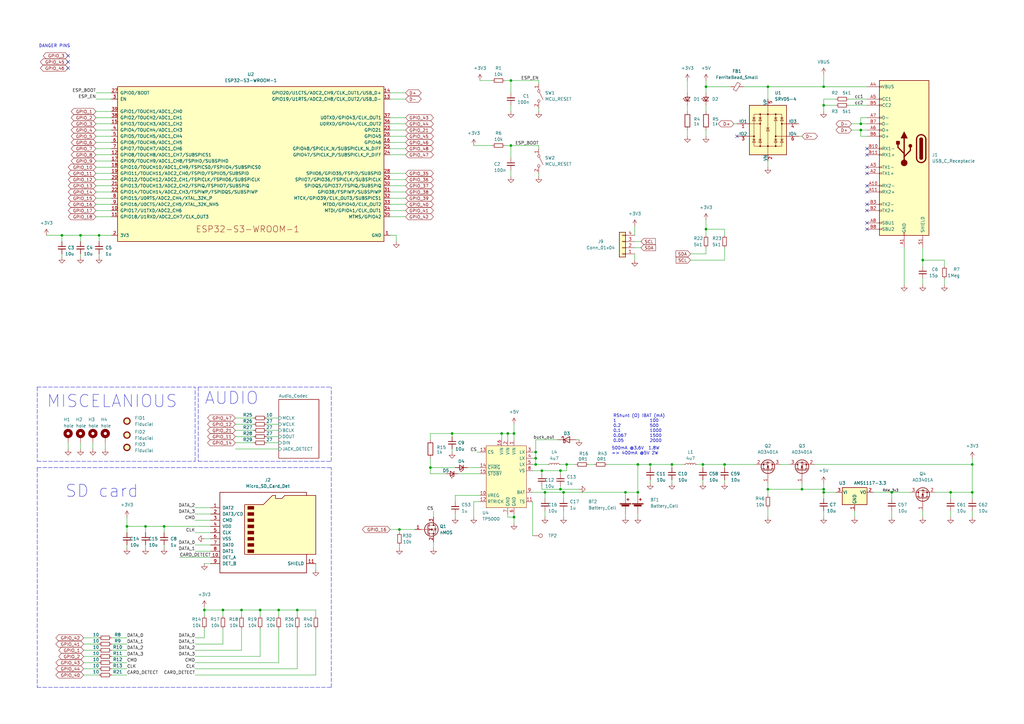
<source format=kicad_sch>
(kicad_sch (version 20211123) (generator eeschema)
  (paper "A3")
  (junction (at 219.71 190.5))
  (junction (at 365.76 201.93))
  (junction (at 337.82 200.66))
  (junction (at 353.06 50.8))
  (junction (at 261.62 201.93))
  (junction (at 163.83 217.17))
  (junction (at 328.93 200.66))
  (junction (at 398.78 190.5))
  (junction (at 208.28 177.8))
  (junction (at 288.29 190.5))
  (junction (at 337.82 43.18))
  (junction (at 337.82 201.93))
  (junction (at 114.3 250.19))
  (junction (at 25.4 96.52))
  (junction (at 289.56 35.56))
  (junction (at 205.74 177.8))
  (junction (at 121.92 250.19))
  (junction (at 256.54 201.93))
  (junction (at 297.18 190.5))
  (junction (at 219.71 187.96))
  (junction (at 209.55 33.02))
  (junction (at 266.7 190.5))
  (junction (at 223.52 201.93))
  (junction (at 91.44 250.19))
  (junction (at 106.68 250.19))
  (junction (at 232.41 190.5))
  (junction (at 337.82 35.56))
  (junction (at 99.06 250.19))
  (junction (at 83.82 250.19))
  (junction (at 209.55 59.69))
  (junction (at 40.64 96.52))
  (junction (at 398.78 201.93))
  (junction (at 378.46 106.68))
  (junction (at 67.31 215.9))
  (junction (at 289.56 93.98))
  (junction (at 59.69 215.9))
  (junction (at 353.06 53.34))
  (junction (at 229.87 200.66))
  (junction (at 185.42 177.8))
  (junction (at 33.02 96.52))
  (junction (at 229.87 193.04))
  (junction (at 210.82 177.8))
  (junction (at 314.96 200.66))
  (junction (at 314.96 35.56))
  (junction (at 389.89 201.93))
  (junction (at 52.07 215.9))
  (junction (at 222.25 193.04))
  (junction (at 176.53 191.77))
  (junction (at 219.71 185.42))
  (junction (at 275.59 190.5))
  (junction (at 210.82 212.09))
  (junction (at 231.14 201.93))
  (junction (at 261.62 190.5))
  (no_connect (at 355.6 63.5))
  (no_connect (at 27.94 27.94))
  (no_connect (at 355.6 76.2))
  (no_connect (at 355.6 60.96))
  (no_connect (at 27.94 25.4))
  (no_connect (at 355.6 91.44))
  (no_connect (at 27.94 22.86))
  (no_connect (at 302.26 55.88))
  (no_connect (at 355.6 83.82))
  (no_connect (at 355.6 86.36))
  (no_connect (at 355.6 71.12))
  (no_connect (at 355.6 78.74))
  (no_connect (at 355.6 93.98))
  (no_connect (at 355.6 68.58))
  (wire (pts (xy -38.1 223.52) (xy -31.75 223.52)))
  (wire (pts (xy 398.78 187.96) (xy 398.78 190.5)))
  (wire (pts (xy -38.1 237.49) (xy -31.75 237.49)))
  (wire (pts (xy 166.37 48.26) (xy 160.02 48.26)))
  (wire (pts (xy 337.82 35.56) (xy 355.6 35.56)))
  (wire (pts (xy 209.55 69.85) (xy 209.55 72.39)))
  (wire (pts (xy 281.94 33.02) (xy 281.94 38.1)))
  (wire (pts (xy -26.67 237.49) (xy -19.05 237.49)))
  (wire (pts (xy 387.35 106.68) (xy 387.35 109.22)))
  (wire (pts (xy 218.44 193.04) (xy 222.25 193.04)))
  (wire (pts (xy 320.04 190.5) (xy 323.85 190.5)))
  (wire (pts (xy 222.25 194.31) (xy 222.25 193.04)))
  (wire (pts (xy 80.01 218.44) (xy 86.36 218.44)))
  (polyline (pts (xy 81.28 189.23) (xy 135.89 189.23)))
  (wire (pts (xy -72.39 186.69) (xy -66.04 186.69)))
  (wire (pts (xy 129.54 250.19) (xy 129.54 252.73)))
  (wire (pts (xy 285.75 190.5) (xy 288.29 190.5)))
  (wire (pts (xy 208.28 210.82) (xy 208.28 212.09)))
  (wire (pts (xy 337.82 204.47) (xy 337.82 201.93)))
  (wire (pts (xy 186.69 203.2) (xy 186.69 205.74)))
  (wire (pts (xy 194.31 205.74) (xy 196.85 205.74)))
  (wire (pts (xy 218.44 205.74) (xy 218.44 219.71)))
  (wire (pts (xy 289.56 53.34) (xy 289.56 55.88)))
  (wire (pts (xy -72.39 184.15) (xy -66.04 184.15)))
  (wire (pts (xy 208.28 212.09) (xy 210.82 212.09)))
  (wire (pts (xy 196.85 33.02) (xy 201.93 33.02)))
  (wire (pts (xy 80.01 264.16) (xy 91.44 264.16)))
  (wire (pts (xy 166.37 55.88) (xy 160.02 55.88)))
  (polyline (pts (xy 81.28 158.75) (xy 135.89 158.75)))
  (wire (pts (xy -31.75 229.87) (xy -38.1 229.87)))
  (wire (pts (xy 176.53 194.31) (xy 182.88 194.31)))
  (wire (pts (xy 52.07 223.52) (xy 52.07 224.79)))
  (wire (pts (xy 96.52 179.07) (xy 104.14 179.07)))
  (wire (pts (xy 96.52 184.15) (xy 114.3 184.15)))
  (wire (pts (xy -26.67 229.87) (xy -19.05 229.87)))
  (wire (pts (xy 83.82 257.81) (xy 83.82 261.62)))
  (wire (pts (xy 328.93 200.66) (xy 328.93 198.12)))
  (wire (pts (xy 166.37 38.1) (xy 160.02 38.1)))
  (wire (pts (xy 337.82 45.72) (xy 337.82 43.18)))
  (wire (pts (xy 33.02 104.14) (xy 33.02 105.41)))
  (wire (pts (xy 176.53 177.8) (xy 185.42 177.8)))
  (wire (pts (xy 289.56 93.98) (xy 289.56 96.52)))
  (wire (pts (xy 114.3 250.19) (xy 121.92 250.19)))
  (wire (pts (xy 389.89 204.47) (xy 389.89 201.93)))
  (wire (pts (xy 39.37 48.26) (xy 45.72 48.26)))
  (wire (pts (xy 289.56 35.56) (xy 289.56 38.1)))
  (wire (pts (xy 256.54 201.93) (xy 261.62 201.93)))
  (wire (pts (xy 365.76 212.09) (xy 365.76 209.55)))
  (wire (pts (xy 256.54 201.93) (xy 256.54 203.2)))
  (wire (pts (xy 39.37 71.12) (xy 45.72 71.12)))
  (wire (pts (xy 209.55 38.1) (xy 209.55 33.02)))
  (wire (pts (xy 209.55 59.69) (xy 207.01 59.69)))
  (wire (pts (xy 96.52 181.61) (xy 104.14 181.61)))
  (wire (pts (xy 241.3 190.5) (xy 243.84 190.5)))
  (wire (pts (xy 39.37 68.58) (xy 45.72 68.58)))
  (wire (pts (xy -31.75 232.41) (xy -38.1 232.41)))
  (wire (pts (xy 220.98 33.02) (xy 220.98 34.29)))
  (wire (pts (xy 260.35 106.68) (xy 260.35 104.14)))
  (wire (pts (xy 83.82 250.19) (xy 91.44 250.19)))
  (wire (pts (xy 205.74 177.8) (xy 205.74 180.34)))
  (wire (pts (xy 39.37 50.8) (xy 45.72 50.8)))
  (polyline (pts (xy 81.28 158.75) (xy 81.28 189.23)))
  (polyline (pts (xy 15.24 189.23) (xy 80.01 189.23)))
  (wire (pts (xy 39.37 60.96) (xy 45.72 60.96)))
  (wire (pts (xy 304.8 35.56) (xy 314.96 35.56)))
  (wire (pts (xy 289.56 33.02) (xy 289.56 35.56)))
  (wire (pts (xy 176.53 191.77) (xy 176.53 194.31)))
  (wire (pts (xy 337.82 198.12) (xy 337.82 200.66)))
  (wire (pts (xy 96.52 173.99) (xy 104.14 173.99)))
  (wire (pts (xy 106.68 269.24) (xy 106.68 257.81)))
  (wire (pts (xy 229.87 200.66) (xy 229.87 199.39)))
  (wire (pts (xy 210.82 173.99) (xy 210.82 177.8)))
  (wire (pts (xy 109.22 179.07) (xy 114.3 179.07)))
  (wire (pts (xy 186.69 203.2) (xy 196.85 203.2)))
  (wire (pts (xy 40.64 269.24) (xy 34.29 269.24)))
  (wire (pts (xy -38.1 220.98) (xy -31.75 220.98)))
  (wire (pts (xy 39.37 55.88) (xy 45.72 55.88)))
  (wire (pts (xy 389.89 201.93) (xy 398.78 201.93)))
  (wire (pts (xy 297.18 93.98) (xy 289.56 93.98)))
  (wire (pts (xy 353.06 48.26) (xy 355.6 48.26)))
  (wire (pts (xy 52.07 266.7) (xy 45.72 266.7)))
  (wire (pts (xy 40.64 276.86) (xy 34.29 276.86)))
  (wire (pts (xy 209.55 59.69) (xy 220.98 59.69)))
  (polyline (pts (xy 15.24 158.75) (xy 80.01 158.75)))
  (wire (pts (xy 91.44 250.19) (xy 99.06 250.19)))
  (wire (pts (xy 45.72 96.52) (xy 40.64 96.52)))
  (wire (pts (xy -72.39 189.23) (xy -66.04 189.23)))
  (wire (pts (xy 224.79 190.5) (xy 219.71 190.5)))
  (polyline (pts (xy 135.89 281.94) (xy 135.89 191.77)))
  (wire (pts (xy 261.62 190.5) (xy 261.62 201.93)))
  (wire (pts (xy 39.37 86.36) (xy 45.72 86.36)))
  (wire (pts (xy 39.37 66.04) (xy 45.72 66.04)))
  (wire (pts (xy 59.69 215.9) (xy 67.31 215.9)))
  (wire (pts (xy 378.46 106.68) (xy 378.46 101.6)))
  (wire (pts (xy 353.06 50.8) (xy 355.6 50.8)))
  (wire (pts (xy 39.37 83.82) (xy 45.72 83.82)))
  (wire (pts (xy 297.18 198.12) (xy 297.18 196.85)))
  (wire (pts (xy 91.44 250.19) (xy 91.44 252.73)))
  (wire (pts (xy 289.56 35.56) (xy 299.72 35.56)))
  (wire (pts (xy 237.49 180.34) (xy 236.22 180.34)))
  (wire (pts (xy 358.14 201.93) (xy 365.76 201.93)))
  (wire (pts (xy 52.07 261.62) (xy 45.72 261.62)))
  (wire (pts (xy 166.37 76.2) (xy 160.02 76.2)))
  (wire (pts (xy 275.59 190.5) (xy 275.59 191.77)))
  (wire (pts (xy 166.37 71.12) (xy 160.02 71.12)))
  (wire (pts (xy 177.8 209.55) (xy 177.8 212.09)))
  (wire (pts (xy 210.82 210.82) (xy 210.82 212.09)))
  (wire (pts (xy 373.38 201.93) (xy 365.76 201.93)))
  (wire (pts (xy 261.62 190.5) (xy 266.7 190.5)))
  (wire (pts (xy 337.82 30.48) (xy 337.82 35.56)))
  (wire (pts (xy 378.46 212.09) (xy 378.46 209.55)))
  (wire (pts (xy 19.05 96.52) (xy 25.4 96.52)))
  (wire (pts (xy 166.37 86.36) (xy 160.02 86.36)))
  (wire (pts (xy 166.37 88.9) (xy 160.02 88.9)))
  (wire (pts (xy 109.22 171.45) (xy 114.3 171.45)))
  (wire (pts (xy 80.01 269.24) (xy 106.68 269.24)))
  (wire (pts (xy 39.37 53.34) (xy 45.72 53.34)))
  (wire (pts (xy 219.71 185.42) (xy 219.71 187.96)))
  (wire (pts (xy 177.8 222.25) (xy 177.8 224.79)))
  (wire (pts (xy 314.96 35.56) (xy 337.82 35.56)))
  (wire (pts (xy 52.07 276.86) (xy 45.72 276.86)))
  (wire (pts (xy 73.66 228.6) (xy 86.36 228.6)))
  (wire (pts (xy 83.82 250.19) (xy 83.82 252.73)))
  (wire (pts (xy 288.29 198.12) (xy 288.29 196.85)))
  (wire (pts (xy 129.54 257.81) (xy 129.54 276.86)))
  (wire (pts (xy 40.64 274.32) (xy 34.29 274.32)))
  (wire (pts (xy 39.37 73.66) (xy 45.72 73.66)))
  (wire (pts (xy 163.83 224.79) (xy 163.83 223.52)))
  (wire (pts (xy 114.3 271.78) (xy 80.01 271.78)))
  (wire (pts (xy 52.07 274.32) (xy 45.72 274.32)))
  (wire (pts (xy 162.56 96.52) (xy 160.02 96.52)))
  (wire (pts (xy 222.25 193.04) (xy 229.87 193.04)))
  (wire (pts (xy 314.96 200.66) (xy 314.96 198.12)))
  (wire (pts (xy 33.02 181.61) (xy 33.02 184.15)))
  (wire (pts (xy 80.01 226.06) (xy 86.36 226.06)))
  (wire (pts (xy -72.39 205.74) (xy -66.04 205.74)))
  (wire (pts (xy 176.53 187.96) (xy 176.53 191.77)))
  (wire (pts (xy 300.99 50.8) (xy 302.26 50.8)))
  (wire (pts (xy 232.41 190.5) (xy 229.87 190.5)))
  (wire (pts (xy 328.93 200.66) (xy 337.82 200.66)))
  (wire (pts (xy 353.06 53.34) (xy 353.06 55.88)))
  (wire (pts (xy 121.92 250.19) (xy 129.54 250.19)))
  (wire (pts (xy 353.06 55.88) (xy 355.6 55.88)))
  (wire (pts (xy 256.54 212.09) (xy 256.54 210.82)))
  (wire (pts (xy 80.01 276.86) (xy 129.54 276.86)))
  (wire (pts (xy 176.53 191.77) (xy 186.69 191.77)))
  (wire (pts (xy 166.37 60.96) (xy 160.02 60.96)))
  (wire (pts (xy 229.87 193.04) (xy 232.41 193.04)))
  (wire (pts (xy 67.31 215.9) (xy 86.36 215.9)))
  (wire (pts (xy 297.18 106.68) (xy 297.18 101.6)))
  (wire (pts (xy 194.31 205.74) (xy 194.31 212.09)))
  (wire (pts (xy 39.37 45.72) (xy 45.72 45.72)))
  (wire (pts (xy 297.18 96.52) (xy 297.18 93.98)))
  (wire (pts (xy 166.37 78.74) (xy 160.02 78.74)))
  (wire (pts (xy 40.64 271.78) (xy 34.29 271.78)))
  (wire (pts (xy 80.01 223.52) (xy 86.36 223.52)))
  (wire (pts (xy 398.78 190.5) (xy 398.78 201.93)))
  (wire (pts (xy 207.01 33.02) (xy 209.55 33.02)))
  (wire (pts (xy 260.35 92.71) (xy 260.35 96.52)))
  (wire (pts (xy 39.37 78.74) (xy 45.72 78.74)))
  (wire (pts (xy 166.37 83.82) (xy 160.02 83.82)))
  (wire (pts (xy 166.37 50.8) (xy 160.02 50.8)))
  (wire (pts (xy 261.62 201.93) (xy 261.62 203.2)))
  (wire (pts (xy 262.89 101.6) (xy 260.35 101.6)))
  (wire (pts (xy 40.64 96.52) (xy 40.64 99.06)))
  (wire (pts (xy 266.7 190.5) (xy 266.7 191.77)))
  (wire (pts (xy 39.37 58.42) (xy 45.72 58.42)))
  (wire (pts (xy 229.87 200.66) (xy 237.49 200.66)))
  (wire (pts (xy -26.67 232.41) (xy -19.05 232.41)))
  (wire (pts (xy 83.82 248.92) (xy 83.82 250.19)))
  (wire (pts (xy 86.36 220.98) (xy 83.82 220.98)))
  (wire (pts (xy 109.22 181.61) (xy 114.3 181.61)))
  (wire (pts (xy 220.98 71.12) (xy 220.98 72.39)))
  (wire (pts (xy 220.98 60.96) (xy 220.98 59.69)))
  (wire (pts (xy 162.56 96.52) (xy 162.56 99.06)))
  (wire (pts (xy 109.22 173.99) (xy 114.3 173.99)))
  (wire (pts (xy 248.92 190.5) (xy 261.62 190.5)))
  (wire (pts (xy 378.46 114.3) (xy 378.46 116.84)))
  (wire (pts (xy 80.01 210.82) (xy 86.36 210.82)))
  (wire (pts (xy 231.14 209.55) (xy 231.14 212.09)))
  (wire (pts (xy 40.64 96.52) (xy 33.02 96.52)))
  (wire (pts (xy 328.93 55.88) (xy 327.66 55.88)))
  (wire (pts (xy 337.82 40.64) (xy 342.9 40.64)))
  (wire (pts (xy 129.54 231.14) (xy 129.54 233.68)))
  (wire (pts (xy 185.42 177.8) (xy 185.42 179.07)))
  (wire (pts (xy 350.52 212.09) (xy 350.52 209.55)))
  (wire (pts (xy 109.22 176.53) (xy 114.3 176.53)))
  (wire (pts (xy 114.3 250.19) (xy 114.3 252.73)))
  (polyline (pts (xy 80.01 189.23) (xy 80.01 158.75)))
  (wire (pts (xy -72.39 208.28) (xy -66.04 208.28)))
  (wire (pts (xy 187.96 194.31) (xy 196.85 194.31)))
  (wire (pts (xy 353.06 48.26) (xy 353.06 50.8)))
  (wire (pts (xy 337.82 212.09) (xy 337.82 209.55)))
  (wire (pts (xy -73.66 176.53) (xy -67.31 176.53)))
  (wire (pts (xy 275.59 198.12) (xy 275.59 196.85)))
  (wire (pts (xy -38.1 240.03) (xy -31.75 240.03)))
  (wire (pts (xy 209.55 64.77) (xy 209.55 59.69)))
  (wire (pts (xy 219.71 180.34) (xy 228.6 180.34)))
  (wire (pts (xy 99.06 250.19) (xy 106.68 250.19)))
  (wire (pts (xy 218.44 187.96) (xy 219.71 187.96)))
  (wire (pts (xy 389.89 212.09) (xy 389.89 209.55)))
  (wire (pts (xy 25.4 96.52) (xy 25.4 99.06)))
  (wire (pts (xy 38.1 181.61) (xy 38.1 184.15)))
  (wire (pts (xy 222.25 200.66) (xy 229.87 200.66)))
  (wire (pts (xy 236.22 190.5) (xy 232.41 190.5)))
  (wire (pts (xy 205.74 177.8) (xy 185.42 177.8)))
  (wire (pts (xy 378.46 106.68) (xy 387.35 106.68)))
  (wire (pts (xy 347.98 43.18) (xy 355.6 43.18)))
  (wire (pts (xy 83.82 261.62) (xy 80.01 261.62)))
  (wire (pts (xy 365.76 204.47) (xy 365.76 201.93)))
  (wire (pts (xy 219.71 190.5) (xy 218.44 190.5)))
  (wire (pts (xy 166.37 63.5) (xy 160.02 63.5)))
  (wire (pts (xy 337.82 43.18) (xy 337.82 40.64)))
  (wire (pts (xy 231.14 201.93) (xy 256.54 201.93)))
  (wire (pts (xy 223.52 201.93) (xy 223.52 204.47)))
  (wire (pts (xy 96.52 171.45) (xy 104.14 171.45)))
  (wire (pts (xy 232.41 193.04) (xy 232.41 190.5)))
  (wire (pts (xy 106.68 250.19) (xy 106.68 252.73)))
  (wire (pts (xy 219.71 180.34) (xy 219.71 185.42)))
  (wire (pts (xy 349.25 53.34) (xy 353.06 53.34)))
  (wire (pts (xy 289.56 43.18) (xy 289.56 45.72)))
  (wire (pts (xy 194.31 59.69) (xy 201.93 59.69)))
  (wire (pts (xy -73.66 181.61) (xy -67.31 181.61)))
  (wire (pts (xy 114.3 257.81) (xy 114.3 271.78)))
  (wire (pts (xy 288.29 190.5) (xy 297.18 190.5)))
  (wire (pts (xy 280.67 190.5) (xy 275.59 190.5)))
  (wire (pts (xy 281.94 43.18) (xy 281.94 45.72)))
  (wire (pts (xy 39.37 81.28) (xy 45.72 81.28)))
  (wire (pts (xy 191.77 191.77) (xy 196.85 191.77)))
  (wire (pts (xy 25.4 96.52) (xy 33.02 96.52)))
  (wire (pts (xy 27.94 181.61) (xy 27.94 184.15)))
  (wire (pts (xy 349.25 50.8) (xy 353.06 50.8)))
  (wire (pts (xy 80.01 208.28) (xy 86.36 208.28)))
  (wire (pts (xy 40.64 261.62) (xy 34.29 261.62)))
  (polyline (pts (xy 15.24 191.77) (xy 15.24 281.94)))
  (wire (pts (xy 25.4 104.14) (xy 25.4 105.41)))
  (polyline (pts (xy 15.24 158.75) (xy 15.24 189.23)))
  (wire (pts (xy 52.07 264.16) (xy 45.72 264.16)))
  (wire (pts (xy 314.96 68.58) (xy 314.96 66.04)))
  (wire (pts (xy 219.71 187.96) (xy 219.71 190.5)))
  (wire (pts (xy 288.29 190.5) (xy 288.29 191.77)))
  (wire (pts (xy 83.82 231.14) (xy 86.36 231.14)))
  (wire (pts (xy 223.52 209.55) (xy 223.52 212.09)))
  (wire (pts (xy 231.14 201.93) (xy 231.14 204.47)))
  (wire (pts (xy -72.39 200.66) (xy -66.04 200.66)))
  (wire (pts (xy 398.78 204.47) (xy 398.78 201.93)))
  (wire (pts (xy -72.39 203.2) (xy -66.04 203.2)))
  (wire (pts (xy 33.02 96.52) (xy 33.02 99.06)))
  (wire (pts (xy 353.06 53.34) (xy 355.6 53.34)))
  (wire (pts (xy -73.66 179.07) (xy -67.31 179.07)))
  (wire (pts (xy 266.7 190.5) (xy 275.59 190.5)))
  (wire (pts (xy 160.02 217.17) (xy 163.83 217.17)))
  (wire (pts (xy 223.52 201.93) (xy 231.14 201.93)))
  (wire (pts (xy 209.55 43.18) (xy 209.55 45.72)))
  (wire (pts (xy 289.56 90.17) (xy 289.56 93.98)))
  (wire (pts (xy 163.83 217.17) (xy 170.18 217.17)))
  (wire (pts (xy 210.82 212.09) (xy 210.82 214.63)))
  (wire (pts (xy 166.37 73.66) (xy 160.02 73.66)))
  (wire (pts (xy 52.07 271.78) (xy 45.72 271.78)))
  (wire (pts (xy 210.82 177.8) (xy 208.28 177.8)))
  (wire (pts (xy 314.96 40.64) (xy 314.96 35.56)))
  (wire (pts (xy 176.53 177.8) (xy 176.53 180.34)))
  (wire (pts (xy 289.56 101.6) (xy 289.56 104.14)))
  (wire (pts (xy 398.78 212.09) (xy 398.78 209.55)))
  (wire (pts (xy 347.98 40.64) (xy 355.6 40.64)))
  (wire (pts (xy 39.37 76.2) (xy 45.72 76.2)))
  (wire (pts (xy 39.37 38.1) (xy 45.72 38.1)))
  (wire (pts (xy 266.7 198.12) (xy 266.7 196.85)))
  (wire (pts (xy 121.92 274.32) (xy 121.92 257.81)))
  (wire (pts (xy 283.21 104.14) (xy 289.56 104.14)))
  (wire (pts (xy 39.37 63.5) (xy 45.72 63.5)))
  (wire (pts (xy 40.64 266.7) (xy 34.29 266.7)))
  (wire (pts (xy 314.96 208.28) (xy 314.96 212.09)))
  (wire (pts (xy 337.82 200.66) (xy 337.82 201.93)))
  (wire (pts (xy 52.07 212.09) (xy 52.07 215.9)))
  (wire (pts (xy 39.37 88.9) (xy 45.72 88.9)))
  (wire (pts (xy 195.58 185.42) (xy 196.85 185.42)))
  (wire (pts (xy 80.01 274.32) (xy 121.92 274.32)))
  (wire (pts (xy 166.37 58.42) (xy 160.02 58.42)))
  (wire (pts (xy 387.35 114.3) (xy 387.35 116.84)))
  (wire (pts (xy 297.18 190.5) (xy 309.88 190.5)))
  (wire (pts (xy 106.68 250.19) (xy 114.3 250.19)))
  (wire (pts (xy 67.31 223.52) (xy 67.31 224.79)))
  (wire (pts (xy 186.69 210.82) (xy 186.69 212.09)))
  (wire (pts (xy -26.67 234.95) (xy -19.05 234.95)))
  (wire (pts (xy 209.55 33.02) (xy 220.98 33.02)))
  (wire (pts (xy -26.67 240.03) (xy -19.05 240.03)))
  (wire (pts (xy 67.31 215.9) (xy 67.31 218.44)))
  (wire (pts (xy 218.44 201.93) (xy 223.52 201.93)))
  (wire (pts (xy 52.07 215.9) (xy 52.07 218.44)))
  (wire (pts (xy 166.37 81.28) (xy 160.02 81.28)))
  (wire (pts (xy 210.82 180.34) (xy 210.82 177.8)))
  (wire (pts (xy 99.06 250.19) (xy 99.06 252.73)))
  (wire (pts (xy 328.93 200.66) (xy 314.96 200.66)))
  (wire (pts (xy 99.06 257.81) (xy 99.06 266.7)))
  (wire (pts (xy 334.01 190.5) (xy 398.78 190.5)))
  (wire (pts (xy 281.94 53.34) (xy 281.94 55.88)))
  (wire (pts (xy 314.96 200.66) (xy 314.96 203.2)))
  (wire (pts (xy 96.52 176.53) (xy 104.14 176.53)))
  (wire (pts (xy 229.87 194.31) (xy 229.87 193.04)))
  (wire (pts (xy 121.92 250.19) (xy 121.92 252.73)))
  (wire (pts (xy 208.28 177.8) (xy 205.74 177.8)))
  (wire (pts (xy 222.25 200.66) (xy 222.25 199.39)))
  (wire (pts (xy 378.46 106.68) (xy 378.46 109.22)))
  (wire (pts (xy 262.89 99.06) (xy 260.35 99.06)))
  (wire (pts (xy 370.84 101.6) (xy 370.84 116.84)))
  (wire (pts (xy -72.39 210.82) (xy -66.04 210.82)))
  (wire (pts (xy 40.64 104.14) (xy 40.64 105.41)))
  (wire (pts (xy 59.69 223.52) (xy 59.69 224.79)))
  (wire (pts (xy 39.37 40.64) (xy 45.72 40.64)))
  (polyline (pts (xy 15.24 281.94) (xy 135.89 281.94)))
  (wire (pts (xy 283.21 106.68) (xy 297.18 106.68)))
  (wire (pts (xy 261.62 212.09) (xy 261.62 210.82)))
  (wire (pts (xy 297.18 190.5) (xy 297.18 191.77)))
  (wire (pts (xy 163.83 218.44) (xy 163.83 217.17)))
  (wire (pts (xy 91.44 264.16) (xy 91.44 257.81)))
  (wire (pts (xy 166.37 40.64) (xy 160.02 40.64)))
  (wire (pts (xy 52.07 269.24) (xy 45.72 269.24)))
  (wire (pts (xy 99.06 266.7) (xy 80.01 266.7)))
  (wire (pts (xy 342.9 43.18) (xy 337.82 43.18)))
  (wire (pts (xy 59.69 215.9) (xy 59.69 218.44)))
  (wire (pts (xy 337.82 201.93) (xy 342.9 201.93)))
  (wire (pts (xy 218.44 185.42) (xy 219.71 185.42)))
  (polyline (pts (xy 15.24 191.77) (xy 135.89 191.77)))
  (wire (pts (xy 220.98 44.45) (xy 220.98 45.72)))
  (wire (pts (xy 52.07 215.9) (xy 59.69 215.9)))
  (wire (pts (xy 389.89 201.93) (xy 383.54 201.93)))
  (wire (pts (xy 40.64 264.16) (xy 34.29 264.16)))
  (wire (pts (xy 43.18 181.61) (xy 43.18 184.15)))
  (wire (pts (xy 166.37 53.34) (xy 160.02 53.34)))
  (wire (pts (xy 185.42 184.15) (xy 185.42 185.42)))
  (wire (pts (xy 208.28 177.8) (xy 208.28 180.34)))
  (wire (pts (xy 80.01 213.36) (xy 86.36 213.36)))
  (polyline (pts (xy 135.89 189.23) (xy 135.89 158.75)))
  (wire (pts (xy -38.1 234.95) (xy -31.75 234.95)))
  (text "500mA @3.6V  1.8W\n=> 400mA @5V 2W\n" (at 250.825 186.69 0) (effects (font (size 1.27 1.27)) (justify left bottom)))
  (text "AUDIO" (at 83.82 166.37 0) (effects (font (size 5 5)) (justify left bottom)))
  (text "RShunt (Ω) IBAT (mA)\n1 			100\n0.2 		500\n0.1 		1000\n0.067		1500\n0.05 		2000" (at 251.46 181.61 0) (effects (font (size 1.27 1.27)) (justify left bottom)))
  (text "SD card" (at 26.67 204.47 0) (effects (font (size 5 5)) (justify left bottom)))
  (text "MISCELANIOUS" (at 19.05 167.64 0) (effects (font (size 5 5)) (justify left bottom)))
  (text "DANGER PINS\n" (at 15.875 19.685 0) (effects (font (size 1.27 1.27)) (justify left bottom)))
  (label "cc1" (at 350.52 40.64 0))
  (label "buck_out" (at 227.33 180.34 180))
  (label "DATA_1" (at 52.07 264.16 0))
  (label "DATA_0" (at 52.07 261.62 0))
  (label "DATA_1" (at 80.01 226.06 180))
  (label "CMD" (at 80.01 271.78 180))
  (label "ESP_BOOT" (at 39.37 38.1 180))
  (label "DATA_1" (at 80.01 264.16 180))
  (label "DATA_0" (at 80.01 261.62 180))
  (label "DATA_2" (at 80.01 208.28 180))
  (label "RAW_3v3" (at 361.95 201.93 0) (effects (font (size 1 1))))
  (label "CARD_DETECT" (at 73.66 228.6 0))
  (label "DATA_2" (at 52.07 266.7 0))
  (label "DATA_3" (at 80.01 269.24 180))
  (label "DATA_3" (at 52.07 269.24 0))
  (label "DATA_2" (at 80.01 266.7 180))
  (label "CARD_DETECT" (at 52.07 276.86 0))
  (label "ESP_EN" (at 220.98 33.02 180))
  (label "DATA_3" (at 80.01 210.82 180))
  (label "ESP_BOOT" (at 220.98 59.69 180))
  (label "CS" (at 177.8 209.55 180))
  (label "CS" (at 195.58 185.42 180))
  (label "CARD_DETECT" (at 80.01 276.86 180))
  (label "cc2" (at 350.52 43.18 0))
  (label "ESP_EN" (at 39.37 40.64 180))
  (label "DATA_0" (at 80.01 223.52 180))
  (label "CLK" (at 80.01 274.32 180))
  (label "CLK" (at 80.01 218.44 180))
  (label "CLK" (at 52.07 274.32 0))
  (label "CMD" (at 80.01 213.36 180))
  (label "CMD" (at 52.07 271.78 0))
  (global_label "PD1" (shape input) (at -72.39 203.2 180) (property "Intersheet References" "${INTERSHEET_REFS}" (effects hide)))
  (global_label "GPIO_12" (shape bidirectional) (at 39.37 73.66 180) (property "Intersheet References" "${INTERSHEET_REFS}" (effects hide)))
  (global_label "GPIO_1" (shape bidirectional) (at 34.29 266.7 180) (property "Intersheet References" "${INTERSHEET_REFS}" (effects hide)))
  (global_label "GPIO_5" (shape bidirectional) (at -19.05 234.95 0) (property "Intersheet References" "${INTERSHEET_REFS}" (effects hide)))
  (global_label "TX2" (shape output) (at -73.66 181.61 180) (effects (font (thickness 0.254) bold italic)) (property "Intersheet References" "${INTERSHEET_REFS}" (effects hide)))
  (global_label "GPIO_7" (shape bidirectional) (at -19.05 229.87 0) (property "Intersheet References" "${INTERSHEET_REFS}" (effects hide)))
  (global_label "GPIO_44" (shape bidirectional) (at 34.29 274.32 180) (property "Intersheet References" "${INTERSHEET_REFS}" (effects hide)))
  (global_label "SCL" (shape input) (at 262.89 99.06 0) (property "Intersheet References" "${INTERSHEET_REFS}" (effects hide)))
  (global_label "GPIO_44" (shape bidirectional) (at 166.37 50.8 0) (property "Intersheet References" "${INTERSHEET_REFS}" (effects hide)))
  (global_label "RX1" (shape input) (at -72.39 205.74 180) (effects (font (thickness 0.254) bold italic)) (property "Intersheet References" "${INTERSHEET_REFS}" (effects hide)))
  (global_label "GPIO_48" (shape bidirectional) (at 166.37 60.96 0) (property "Intersheet References" "${INTERSHEET_REFS}" (effects hide)))
  (global_label "GPIO_14" (shape bidirectional) (at 96.52 181.61 180) (property "Intersheet References" "${INTERSHEET_REFS}" (effects hide)))
  (global_label "GPIO_15" (shape bidirectional) (at 39.37 81.28 180) (property "Intersheet References" "${INTERSHEET_REFS}" (effects hide)))
  (global_label "PTT3" (shape input) (at -38.1 240.03 180) (property "Intersheet References" "${INTERSHEET_REFS}" (effects hide)))
  (global_label "GPIO_45" (shape bidirectional) (at 27.94 25.4 180) (property "Intersheet References" "${INTERSHEET_REFS}" (effects hide)))
  (global_label "GPIO_36" (shape bidirectional) (at -31.75 220.98 0) (property "Intersheet References" "${INTERSHEET_REFS}" (effects hide)))
  (global_label "GPIO_47" (shape bidirectional) (at 96.52 171.45 180) (property "Intersheet References" "${INTERSHEET_REFS}" (effects hide)))
  (global_label "GPIO_35" (shape bidirectional) (at -31.75 223.52 0) (property "Intersheet References" "${INTERSHEET_REFS}" (effects hide)))
  (global_label "SDA" (shape input) (at 262.89 101.6 0) (property "Intersheet References" "${INTERSHEET_REFS}" (effects hide)))
  (global_label "GPIO_17" (shape bidirectional) (at -66.04 203.2 0) (property "Intersheet References" "${INTERSHEET_REFS}" (effects hide)))
  (global_label "GPIO_37" (shape bidirectional) (at 166.37 76.2 0) (property "Intersheet References" "${INTERSHEET_REFS}" (effects hide)))
  (global_label "AMP_R" (shape input) (at -38.1 234.95 180) (property "Intersheet References" "${INTERSHEET_REFS}" (effects hide)))
  (global_label "D+" (shape bidirectional) (at 300.99 50.8 180) (property "Intersheet References" "${INTERSHEET_REFS}" (effects hide)))
  (global_label "GPIO_39" (shape bidirectional) (at -67.31 179.07 0) (property "Intersheet References" "${INTERSHEET_REFS}" (effects hide)))
  (global_label "TX1" (shape output) (at -72.39 208.28 180) (effects (font (thickness 0.254) bold italic)) (property "Intersheet References" "${INTERSHEET_REFS}" (effects hide)))
  (global_label "D-" (shape bidirectional) (at 166.37 40.64 0) (property "Intersheet References" "${INTERSHEET_REFS}" (effects hide)))
  (global_label "GPIO_35" (shape bidirectional) (at 166.37 71.12 0) (property "Intersheet References" "${INTERSHEET_REFS}" (effects hide)))
  (global_label "GPIO_6" (shape bidirectional) (at -19.05 232.41 0) (property "Intersheet References" "${INTERSHEET_REFS}" (effects hide)))
  (global_label "PD2" (shape input) (at -72.39 186.69 180) (property "Intersheet References" "${INTERSHEET_REFS}" (effects hide)))
  (global_label "GPIO_18" (shape bidirectional) (at 39.37 88.9 180) (property "Intersheet References" "${INTERSHEET_REFS}" (effects hide)))
  (global_label "GPIO_9" (shape bidirectional) (at -66.04 208.28 0) (property "Intersheet References" "${INTERSHEET_REFS}" (effects hide)))
  (global_label "GPIO_4" (shape bidirectional) (at -67.31 176.53 0) (property "Intersheet References" "${INTERSHEET_REFS}" (effects hide)))
  (global_label "GPIO_14" (shape bidirectional) (at 39.37 78.74 180) (property "Intersheet References" "${INTERSHEET_REFS}" (effects hide)))
  (global_label "GPIO_43" (shape bidirectional) (at 166.37 48.26 0) (property "Intersheet References" "${INTERSHEET_REFS}" (effects hide)))
  (global_label "D+" (shape bidirectional) (at 166.37 38.1 0) (property "Intersheet References" "${INTERSHEET_REFS}" (effects hide)))
  (global_label "GPIO_16" (shape bidirectional) (at 160.02 217.17 180) (property "Intersheet References" "${INTERSHEET_REFS}" (effects hide)))
  (global_label "GPIO_13" (shape bidirectional) (at 39.37 76.2 180) (property "Intersheet References" "${INTERSHEET_REFS}" (effects hide)))
  (global_label "GPIO_4" (shape bidirectional) (at 39.37 53.34 180) (property "Intersheet References" "${INTERSHEET_REFS}" (effects hide)))
  (global_label "GPIO_40" (shape bidirectional) (at 34.29 276.86 180) (property "Intersheet References" "${INTERSHEET_REFS}" (effects hide)))
  (global_label "GPIO_43" (shape bidirectional) (at 34.29 271.78 180) (property "Intersheet References" "${INTERSHEET_REFS}" (effects hide)))
  (global_label "D-" (shape bidirectional) (at 349.25 50.8 180) (property "Intersheet References" "${INTERSHEET_REFS}" (effects hide)))
  (global_label "GPIO_37" (shape bidirectional) (at -66.04 184.15 0) (property "Intersheet References" "${INTERSHEET_REFS}" (effects hide)))
  (global_label "GPIO_38" (shape bidirectional) (at 166.37 78.74 0) (property "Intersheet References" "${INTERSHEET_REFS}" (effects hide)))
  (global_label "G0" (shape input) (at -38.1 232.41 180) (property "Intersheet References" "${INTERSHEET_REFS}" (effects hide)))
  (global_label "GPIO_2" (shape bidirectional) (at 34.29 269.24 180) (property "Intersheet References" "${INTERSHEET_REFS}" (effects hide)))
  (global_label "GPIO_3" (shape bidirectional) (at 27.94 22.86 180) (property "Intersheet References" "${INTERSHEET_REFS}" (effects hide)))
  (global_label "GPIO_11" (shape bidirectional) (at 39.37 71.12 180) (property "Intersheet References" "${INTERSHEET_REFS}" (effects hide)))
  (global_label "G1" (shape input) (at -38.1 237.49 180) (property "Intersheet References" "${INTERSHEET_REFS}" (effects hide)))
  (global_label "GPIO_41" (shape bidirectional) (at 166.37 86.36 0) (property "Intersheet References" "${INTERSHEET_REFS}" (effects hide)))
  (global_label "AUDIO_ON1" (shape input) (at -72.39 210.82 180) (effects (font (thickness 0.254) bold italic)) (property "Intersheet References" "${INTERSHEET_REFS}" (effects hide)))
  (global_label "GPIO_3" (shape bidirectional) (at 39.37 50.8 180) (property "Intersheet References" "${INTERSHEET_REFS}" (effects hide)))
  (global_label "H{slash}L1" (shape input) (at -72.39 189.23 180) (property "Intersheet References" "${INTERSHEET_REFS}" (effects hide)))
  (global_label "GPIO_46" (shape bidirectional) (at 27.94 27.94 180) (property "Intersheet References" "${INTERSHEET_REFS}" (effects hide)))
  (global_label "GPIO_12" (shape bidirectional) (at 96.52 173.99 180) (property "Intersheet References" "${INTERSHEET_REFS}" (effects hide)))
  (global_label "GPIO_16" (shape bidirectional) (at 39.37 83.82 180) (property "Intersheet References" "${INTERSHEET_REFS}" (effects hide)))
  (global_label "SDA" (shape input) (at -38.1 220.98 180) (property "Intersheet References" "${INTERSHEET_REFS}" (effects hide)))
  (global_label "AMP_L" (shape input) (at -38.1 229.87 180) (property "Intersheet References" "${INTERSHEET_REFS}" (effects hide)))
  (global_label "GPIO_6" (shape bidirectional) (at 39.37 58.42 180) (property "Intersheet References" "${INTERSHEET_REFS}" (effects hide)))
  (global_label "GPIO_17" (shape bidirectional) (at 39.37 86.36 180) (property "Intersheet References" "${INTERSHEET_REFS}" (effects hide)))
  (global_label "SDA" (shape input) (at 283.21 104.14 180) (property "Intersheet References" "${INTERSHEET_REFS}" (effects hide)))
  (global_label "GPIO_1" (shape bidirectional) (at 39.37 45.72 180) (property "Intersheet References" "${INTERSHEET_REFS}" (effects hide)))
  (global_label "GPIO_21" (shape bidirectional) (at 96.52 176.53 180) (property "Intersheet References" "${INTERSHEET_REFS}" (effects hide)))
  (global_label "GPIO_46" (shape bidirectional) (at 166.37 58.42 0) (property "Intersheet References" "${INTERSHEET_REFS}" (effects hide)))
  (global_label "GPIO_5" (shape bidirectional) (at 39.37 55.88 180) (property "Intersheet References" "${INTERSHEET_REFS}" (effects hide)))
  (global_label "SCL" (shape input) (at 283.21 106.68 180) (property "Intersheet References" "${INTERSHEET_REFS}" (effects hide)))
  (global_label "GPIO_36" (shape bidirectional) (at 166.37 73.66 0) (property "Intersheet References" "${INTERSHEET_REFS}" (effects hide)))
  (global_label "GPIO_10" (shape bidirectional) (at 39.37 68.58 180) (property "Intersheet References" "${INTERSHEET_REFS}" (effects hide)))
  (global_label "AUDIO_ON2" (shape input) (at -73.66 176.53 180) (effects (font (thickness 0.254) bold italic)) (property "Intersheet References" "${INTERSHEET_REFS}" (effects hide)))
  (global_label "GPIO_40" (shape bidirectional) (at 166.37 83.82 0) (property "Intersheet References" "${INTERSHEET_REFS}" (effects hide)))
  (global_label "GPIO_41" (shape bidirectional) (at 34.29 264.16 180) (property "Intersheet References" "${INTERSHEET_REFS}" (effects hide)))
  (global_label "GPIO_18" (shape bidirectional) (at -19.05 240.03 0) (property "Intersheet References" "${INTERSHEET_REFS}" (effects hide)))
  (global_label "GPIO_8" (shape bidirectional) (at 39.37 63.5 180) (property "Intersheet References" "${INTERSHEET_REFS}" (effects hide)))
  (global_label "D+" (shape bidirectional) (at 349.25 53.34 180) (property "Intersheet References" "${INTERSHEET_REFS}" (effects hide)))
  (global_label "GPIO_38" (shape bidirectional) (at -67.31 181.61 0) (property "Intersheet References" "${INTERSHEET_REFS}" (effects hide)))
  (global_label "GPIO_13" (shape bidirectional) (at -66.04 210.82 0) (property "Intersheet References" "${INTERSHEET_REFS}" (effects hide)))
  (global_label "SCL" (shape input) (at -38.1 223.52 180) (property "Intersheet References" "${INTERSHEET_REFS}" (effects hide)))
  (global_label "GPIO_45" (shape bidirectional) (at -66.04 186.69 0) (property "Intersheet References" "${INTERSHEET_REFS}" (effects hide)))
  (global_label "GPIO_42" (shape bidirectional) (at 34.29 261.62 180) (property "Intersheet References" "${INTERSHEET_REFS}" (effects hide)))
  (global_label "GPIO_42" (shape bidirectional) (at 166.37 88.9 0) (property "Intersheet References" "${INTERSHEET_REFS}" (effects hide)))
  (global_label "GPIO_9" (shape bidirectional) (at 39.37 66.04 180) (property "Intersheet References" "${INTERSHEET_REFS}" (effects hide)))
  (global_label "GPIO_15" (shape bidirectional) (at -19.05 237.49 0) (property "Intersheet References" "${INTERSHEET_REFS}" (effects hide)))
  (global_label "GPIO_7" (shape bidirectional) (at 39.37 60.96 180) (property "Intersheet References" "${INTERSHEET_REFS}" (effects hide)))
  (global_label "GPIO_48" (shape bidirectional) (at -66.04 189.23 0) (property "Intersheet References" "${INTERSHEET_REFS}" (effects hide)))
  (global_label "D-" (shape bidirectional) (at 328.93 55.88 0) (property "Intersheet References" "${INTERSHEET_REFS}" (effects hide)))
  (global_label "GPIO_21" (shape bidirectional) (at 166.37 53.34 0) (property "Intersheet References" "${INTERSHEET_REFS}" (effects hide)))
  (global_label "GPIO_10" (shape bidirectional) (at -66.04 205.74 0) (property "Intersheet References" "${INTERSHEET_REFS}" (effects hide)))
  (global_label "PTT1" (shape input) (at -72.39 200.66 180) (property "Intersheet References" "${INTERSHEET_REFS}" (effects hide)))
  (global_label "GPIO_11" (shape bidirectional) (at 96.52 179.07 180) (property "Intersheet References" "${INTERSHEET_REFS}" (effects hide)))
  (global_label "GPIO_2" (shape bidirectional) (at 39.37 48.26 180) (property "Intersheet References" "${INTERSHEET_REFS}" (effects hide)))
  (global_label "PTT2" (shape input) (at -72.39 184.15 180) (property "Intersheet References" "${INTERSHEET_REFS}" (effects hide)))
  (global_label "GPIO_45" (shape bidirectional) (at 166.37 55.88 0) (property "Intersheet References" "${INTERSHEET_REFS}" (effects hide)))
  (global_label "GPIO_39" (shape bidirectional) (at 166.37 81.28 0) (property "Intersheet References" "${INTERSHEET_REFS}" (effects hide)))
  (global_label "GPIO_8" (shape bidirectional) (at -66.04 200.66 0) (property "Intersheet References" "${INTERSHEET_REFS}" (effects hide)))
  (global_label "RX2" (shape input) (at -73.66 179.07 180) (effects (font (thickness 0.254) bold italic)) (property "Intersheet References" "${INTERSHEET_REFS}" (effects hide)))
  (global_label "GPIO_47" (shape bidirectional) (at 166.37 63.5 0) (property "Intersheet References" "${INTERSHEET_REFS}" (effects hide)))
  (symbol (lib_id "Device:C_Small") (at 229.87 196.85 0) (mirror x) (unit 1)
    (property "Reference" "C13" (at 232.41 195.58 0) (effects (justify left)))
    (property "Value" "1u" (at 232.41 198.12 0) (effects (justify left)))
    (property "Footprint" "Capacitor_SMD:C_0402_1005Metric" (effects hide))
    (property "Datasheet" "https://jlcpcb.com/partdetail/16531-CL10A105KB8NNNC/C15849" (effects hide))
    (property "LCSC" "C52923" (effects hide))
  )
  (symbol (lib_id "Device:R_Small") (at 345.44 43.18 270) (mirror x) (unit 1)
    (property "Reference" "R3" (at 340.995 45.72 90) (effects (justify left)))
    (property "Value" "5k1" (at 345.44 45.72 90) (effects (justify left)))
    (property "Footprint" "Resistor_SMD:R_0402_1005Metric" (effects hide))
    (property "LCSC" "C25905" (effects hide))
  )
  (symbol (lib_id "Device:R_Small") (at 43.18 264.16 270) (mirror x) (unit 1)
    (property "Reference" "R9" (at 48.26 262.89 90))
    (property "Value" "10" (at 39.37 262.89 90))
    (property "Footprint" "Resistor_SMD:R_0402_1005Metric" (effects hide))
    (property "Datasheet" "https://jlcpcb.com/partdetail/25820-0402WGF100JTCE/C25077" (effects hide))
    (property "LCSC" "C25077" (effects hide))
  )
  (symbol (lib_id "power:GND") (at 194.31 212.09 0) (mirror y) (unit 1)
    (property "Reference" "#PWR080" (effects hide))
    (property "Value" "GND" (effects hide))
  )
  (symbol (lib_id "Device:R_Small") (at 297.18 99.06 0) (unit 1)
    (property "Reference" "R23" (at 292.1 97.79 0) (effects (justify left)))
    (property "Value" "5k1" (at 292.1 100.33 0) (effects (justify left)))
    (property "Footprint" "Resistor_SMD:R_0402_1005Metric" (effects hide))
    (property "LCSC" "C25905" (effects hide))
  )
  (symbol (lib_id "Device:C_Small") (at 297.18 194.31 0) (mirror y) (unit 1)
    (property "Reference" "C59" (at 303.53 194.31 0) (effects (justify left)))
    (property "Value" "10u" (at 303.53 196.85 0) (effects (justify left)))
    (property "Footprint" "Capacitor_SMD:C_0603_1608Metric" (effects hide))
    (property "LCSC" "C96446" (effects hide))
  )
  (symbol (lib_id "power:GND") (at 59.69 224.79 0) (mirror y) (unit 1)
    (property "Reference" "#PWR024" (effects hide))
    (property "Value" "GND" (effects hide))
  )
  (symbol (lib_id "Device:C_Small") (at 389.89 207.01 0) (mirror y) (unit 1)
    (property "Reference" "C61" (at 396.24 207.01 0) (effects (justify left)))
    (property "Value" "10u" (at 396.24 209.55 0) (effects (justify left)))
    (property "Footprint" "Capacitor_SMD:C_0603_1608Metric" (effects hide))
    (property "LCSC" "C96446" (effects hide))
  )
  (symbol (lib_id "Device:R_Small") (at 106.68 176.53 90) (unit 1)
    (property "Reference" "R27" (at 101.6 175.26 90))
    (property "Value" "27" (at 110.49 175.26 90))
    (property "Footprint" "Resistor_SMD:R_0402_1005Metric" (effects hide))
    (property "Datasheet" "https://jlcpcb.com/partdetail/25835-0402WGF220JTCE/C25092" (effects hide))
    (property "LCSC" "C25092" (effects hide))
  )
  (symbol (lib_id "power:GND") (at 350.52 212.09 0) (unit 1)
    (property "Reference" "#PWR044" (effects hide))
    (property "Value" "GND" (effects hide))
  )
  (symbol (lib_id "power:GND") (at 256.54 212.09 0) (unit 1)
    (property "Reference" "#PWR0122" (effects hide))
    (property "Value" "GND" (effects hide))
  )
  (symbol (lib_id "power:GND") (at 237.49 180.34 0) (unit 1)
    (property "Reference" "#PWR031" (effects hide))
    (property "Value" "GND" (effects hide))
  )
  (symbol (lib_id "Device:C_Small") (at 398.78 207.01 0) (mirror y) (unit 1)
    (property "Reference" "C62" (at 405.13 207.01 0) (effects (justify left)))
    (property "Value" "10u" (at 405.13 209.55 0) (effects (justify left)))
    (property "Footprint" "Capacitor_SMD:C_0603_1608Metric" (effects hide))
    (property "LCSC" "C96446" (effects hide))
  )
  (symbol (lib_id "Device:L_Small") (at 283.21 190.5 90) (unit 1)
    (property "Reference" "L1" (at 283.21 185.42 90))
    (property "Value" "4u7" (at 283.21 187.96 90))
    (property "Footprint" "Z_mycustom_footprint_lib:Inductor_2.5x2x1.2mm" (effects hide))
    (property "LCSC" "C3002553" (effects hide))
  )
  (symbol (lib_id "power:GND") (at 365.76 212.09 0) (unit 1)
    (property "Reference" "#PWR045" (effects hide))
    (property "Value" "GND" (effects hide))
  )
  (symbol (lib_id "Device:LED_Small") (at 185.42 194.31 180) (unit 1)
    (property "Reference" "D5" (at 182.88 193.04 0))
    (property "Value" "green" (effects hide))
    (property "Footprint" "LED_SMD:LED_0805_2012Metric" (effects hide))
    (property "LCSC" "C2297" (effects hide))
  )
  (symbol (lib_id "power:GND") (at 163.83 224.79 0) (mirror y) (unit 1)
    (property "Reference" "#PWR085" (effects hide))
    (property "Value" "GND" (effects hide))
  )
  (symbol (lib_id "Connector:USB_C_Receptacle") (at 370.84 60.96 0) (mirror y) (unit 1)
    (property "Reference" "J1" (at 382.27 63.4999 0) (effects (justify right)))
    (property "Value" "USB_C_Receptacle" (at 382.27 66.0399 0) (effects (justify right)))
    (property "Footprint" "Connector_USB:USB_C_Receptacle_HRO_TYPE-C-31-M-12" (effects hide))
    (property "Datasheet" "https://www.usb.org/sites/default/files/documents/usb_type-c.zip" (effects hide))
    (property "LCSC" "C319148" (effects hide))
  )
  (symbol (lib_id "Transistor_FET:AO3401A") (at 314.96 193.04 270) (mirror x) (unit 1)
    (property "Reference" "Q2" (at 314.96 182.88 90))
    (property "Value" "AO3401A" (at 314.96 185.42 90))
    (property "Footprint" "Package_TO_SOT_SMD:SOT-23" (effects hide))
    (property "Datasheet" "http://www.aosmd.com/pdfs/datasheet/AO3401A.pdf" (effects hide))
    (property "LCSC" "C15127" (effects hide))
  )
  (symbol (lib_id "power:+5V") (at 210.82 173.99 0) (unit 1)
    (property "Reference" "#PWR030" (effects hide))
    (property "Value" "+5V" (at 210.82 168.91 0))
  )
  (symbol (lib_id "power:GND") (at 378.46 116.84 0) (mirror y) (unit 1)
    (property "Reference" "#PWR021" (effects hide))
    (property "Value" "GND" (effects hide))
  )
  (symbol (lib_id "Device:R_Small") (at -29.21 229.87 90) (unit 1)
    (property "Reference" "R49" (at -34.29 228.6 90))
    (property "Value" "10" (at -25.4 228.6 90))
    (property "Footprint" "Resistor_SMD:R_0402_1005Metric" (effects hide))
    (property "Datasheet" "https://jlcpcb.com/partdetail/25820-0402WGF100JTCE/C25077" (effects hide))
    (property "LCSC" "C25077" (effects hide))
  )
  (symbol (lib_id "Transistor_FET:AO3401A") (at 328.93 193.04 90) (unit 1)
    (property "Reference" "Q3" (at 328.93 182.88 90))
    (property "Value" "AO3401A" (at 328.93 185.42 90))
    (property "Footprint" "Package_TO_SOT_SMD:SOT-23" (effects hide))
    (property "Datasheet" "http://www.aosmd.com/pdfs/datasheet/AO3401A.pdf" (effects hide))
    (property "LCSC" "C15127" (effects hide))
  )
  (symbol (lib_id "Device:C_Small") (at 25.4 101.6 0) (mirror y) (unit 1)
    (property "Reference" "C3" (at 30.48 101.6 0) (effects (justify left)))
    (property "Value" "10u" (at 30.48 104.14 0) (effects (justify left)))
    (property "Footprint" "Capacitor_SMD:C_0603_1608Metric" (effects hide))
    (property "LCSC" "C96446" (effects hide))
  )
  (symbol (lib_id "Device:R_Small") (at -29.21 240.03 90) (unit 1)
    (property "Reference" "R24" (at -34.29 238.76 90))
    (property "Value" "10" (at -25.4 238.76 90))
    (property "Footprint" "Resistor_SMD:R_0402_1005Metric" (effects hide))
    (property "Datasheet" "https://jlcpcb.com/partdetail/25820-0402WGF100JTCE/C25077" (effects hide))
    (property "LCSC" "C25077" (effects hide))
  )
  (symbol (lib_id "Device:R_Small") (at -29.21 234.95 90) (unit 1)
    (property "Reference" "R47" (at -34.29 233.68 90))
    (property "Value" "10" (at -25.4 233.68 90))
    (property "Footprint" "Resistor_SMD:R_0402_1005Metric" (effects hide))
    (property "Datasheet" "https://jlcpcb.com/partdetail/25820-0402WGF100JTCE/C25077" (effects hide))
    (property "LCSC" "C25077" (effects hide))
  )
  (symbol (lib_id "power:GND") (at 186.69 212.09 0) (mirror y) (unit 1)
    (property "Reference" "#PWR046" (effects hide))
    (property "Value" "GND" (effects hide))
  )
  (symbol (lib_id "Device:Battery_Cell") (at 256.54 208.28 0) (unit 1) (in_bom no)
    (property "Reference" "BT2" (at 241.3 205.74 0) (effects (justify left)))
    (property "Value" "Battery_Cell" (at 241.3 208.28 0) (effects (justify left)))
    (property "Footprint" "Connector_JST:JST_XH_B2B-XH-AM_1x02_P2.50mm_Vertical" (effects hide))
  )
  (symbol (lib_id "power:+3V3") (at 398.78 187.96 0) (unit 1)
    (property "Reference" "#PWR033" (effects hide))
    (property "Value" "+3V3" (at 398.78 182.88 0))
  )
  (symbol (lib_id "power:GND") (at 33.02 184.15 0) (unit 1)
    (property "Reference" "#PWR037" (effects hide))
    (property "Value" "GND" (effects hide))
  )
  (symbol (lib_id "Connector_Generic:Conn_01x04") (at 255.27 101.6 180) (unit 1) (in_bom no)
    (property "Reference" "J9" (at 246.38 99.06 0))
    (property "Value" "Conn_01x04" (at 246.38 101.6 0))
    (property "Footprint" "Connector_PinHeader_2.54mm:PinHeader_1x04_P2.54mm_Vertical" (effects hide))
  )
  (symbol (lib_id "Mechanical:MountingHole_Pad") (at 43.18 179.07 0) (unit 1) (in_bom no)
    (property "Reference" "H4" (at 41.275 172.085 0) (effects (justify left)))
    (property "Value" "hole" (at 41.275 174.625 0) (effects (justify left)))
    (property "Footprint" "MountingHole:MountingHole_3.2mm_M3_DIN965_Pad_TopBottom" (effects hide))
  )
  (symbol (lib_id "power:GND") (at 210.82 214.63 0) (unit 1)
    (property "Reference" "#PWR084" (effects hide))
    (property "Value" "GND" (effects hide))
  )
  (symbol (lib_id "Device:C_Small") (at 209.55 40.64 180) (unit 1)
    (property "Reference" "C1" (at 217.17 39.37 0) (effects (justify left)))
    (property "Value" "100n" (at 217.17 41.91 0) (effects (justify left)))
    (property "Footprint" "Capacitor_SMD:C_0603_1608Metric_Pad1.08x0.95mm_HandSolder" (effects hide))
    (property "LCSC" "C14663" (effects hide))
  )
  (symbol (lib_id "Connector:Micro_SD_Card_Det") (at 109.22 218.44 0) (unit 1)
    (property "Reference" "J2" (at 109.855 196.85 0))
    (property "Value" "Micro_SD_Card_Det" (at 109.855 199.39 0))
    (property "Footprint" "Connector_Card:microSD_HC_Molex_104031-0811" (effects hide))
    (property "Datasheet" "https://www.hirose.com/product/en/download_file/key_name/DM3/category/Catalog/doc_file_id/49662/?file_category_id=4&item_id=195&is_series=1" (effects hide))
    (property "site" "https://jlcpcb.com/partdetail/Molex-1040310811/C585350" (effects hide))
    (property "LCSC" "C585350" (effects hide))
  )
  (symbol (lib_id "power:GND") (at 25.4 105.41 0) (mirror y) (unit 1)
    (property "Reference" "#PWR016" (effects hide))
    (property "Value" "GND" (effects hide))
  )
  (symbol (lib_id "Mechanical:MountingHole_Pad") (at 33.02 179.07 0) (unit 1) (in_bom no)
    (property "Reference" "H2" (at 31.115 172.085 0) (effects (justify left)))
    (property "Value" "hole" (at 31.115 174.625 0) (effects (justify left)))
    (property "Footprint" "MountingHole:MountingHole_3.2mm_M3_DIN965_Pad_TopBottom" (effects hide))
  )
  (symbol (lib_id "power:GND") (at 314.96 68.58 0) (unit 1)
    (property "Reference" "#PWR011" (effects hide))
    (property "Value" "GND" (effects hide))
  )
  (symbol (lib_id "Device:C_Small") (at 33.02 101.6 0) (mirror y) (unit 1)
    (property "Reference" "C4" (at 38.1 101.6 0) (effects (justify left)))
    (property "Value" "10u" (at 38.1 104.14 0) (effects (justify left)))
    (property "Footprint" "Capacitor_SMD:C_0603_1608Metric" (effects hide))
    (property "LCSC" "C96446" (effects hide))
  )
  (symbol (lib_id "Device:R_Small") (at 83.82 255.27 0) (mirror x) (unit 1)
    (property "Reference" "R14" (at 82.55 254 0) (effects (justify right)))
    (property "Value" "10k" (at 82.55 256.54 0) (effects (justify right)))
    (property "Footprint" "Resistor_SMD:R_0402_1005Metric" (effects hide))
    (property "LCSC" "C25744" (effects hide))
  )
  (symbol (lib_id "power:+3V3") (at 19.05 96.52 0) (unit 1)
    (property "Reference" "#PWR014" (effects hide))
    (property "Value" "+3V3" (at 19.05 91.44 0))
  )
  (symbol (lib_id "Mechanical:Fiducial") (at 52.07 172.72 0) (unit 1) (in_bom no)
    (property "Reference" "FID1" (at 55.245 171.4499 0) (effects (justify left)))
    (property "Value" "Fiducial" (at 55.245 173.9899 0) (effects (justify left)))
    (property "Footprint" "Fiducial:Fiducial_0.5mm_Mask1mm" (effects hide))
  )
  (symbol (lib_id "power:GND") (at 209.55 72.39 0) (unit 1)
    (property "Reference" "#PWR012" (effects hide))
    (property "Value" "GND" (effects hide))
  )
  (symbol (lib_id "Device:R_Small") (at 43.18 266.7 270) (mirror x) (unit 1)
    (property "Reference" "R10" (at 48.26 265.43 90))
    (property "Value" "10" (at 39.37 265.43 90))
    (property "Footprint" "Resistor_SMD:R_0402_1005Metric" (effects hide))
    (property "Datasheet" "https://jlcpcb.com/partdetail/25820-0402WGF100JTCE/C25077" (effects hide))
    (property "LCSC" "C25077" (effects hide))
  )
  (symbol (lib_id "Device:R_Small") (at -29.21 232.41 90) (unit 1)
    (property "Reference" "R50" (at -34.29 231.14 90))
    (property "Value" "10" (at -25.4 231.14 90))
    (property "Footprint" "Resistor_SMD:R_0402_1005Metric" (effects hide))
    (property "Datasheet" "https://jlcpcb.com/partdetail/25820-0402WGF100JTCE/C25077" (effects hide))
    (property "LCSC" "C25077" (effects hide))
  )
  (symbol (lib_id "Device:C_Small") (at 52.07 220.98 0) (mirror y) (unit 1)
    (property "Reference" "C14" (at 57.15 220.98 0) (effects (justify left)))
    (property "Value" "10u" (at 57.15 223.52 0) (effects (justify left)))
    (property "Footprint" "Capacitor_SMD:C_0603_1608Metric" (effects hide))
    (property "LCSC" "C96446" (effects hide))
  )
  (symbol (lib_id "power:GND") (at 67.31 224.79 0) (mirror y) (unit 1)
    (property "Reference" "#PWR025" (effects hide))
    (property "Value" "GND" (effects hide))
  )
  (symbol (lib_id "Mechanical:MountingHole_Pad") (at 27.94 179.07 0) (unit 1) (in_bom no)
    (property "Reference" "H1" (at 26.035 172.085 0) (effects (justify left)))
    (property "Value" "hole" (at 26.035 174.625 0) (effects (justify left)))
    (property "Footprint" "MountingHole:MountingHole_3.2mm_M3_DIN965_Pad_TopBottom" (effects hide))
  )
  (symbol (lib_id "power:GND") (at 33.02 105.41 0) (mirror y) (unit 1)
    (property "Reference" "#PWR017" (effects hide))
    (property "Value" "GND" (effects hide))
  )
  (symbol (lib_id "Device:R_Small") (at 106.68 181.61 90) (unit 1)
    (property "Reference" "R29" (at 101.6 180.34 90))
    (property "Value" "27" (at 110.49 180.34 90))
    (property "Footprint" "Resistor_SMD:R_0402_1005Metric" (effects hide))
    (property "Datasheet" "https://jlcpcb.com/partdetail/25835-0402WGF220JTCE/C25092" (effects hide))
    (property "LCSC" "C25092" (effects hide))
  )
  (symbol (lib_id "Device:R_Small") (at 238.76 190.5 270) (unit 1)
    (property "Reference" "R16" (at 237.49 186.055 90) (effects (justify left)))
    (property "Value" "0R1" (at 237.1725 188.2775 90) (effects (justify left)))
    (property "Footprint" "Resistor_SMD:R_1206_3216Metric" (effects hide))
    (property "LCSC" "C25334" (effects hide))
  )
  (symbol (lib_id "Mechanical:MountingHole_Pad") (at 38.1 179.07 0) (unit 1) (in_bom no)
    (property "Reference" "H3" (at 36.195 172.085 0) (effects (justify left)))
    (property "Value" "hole" (at 36.195 174.625 0) (effects (justify left)))
    (property "Footprint" "MountingHole:MountingHole_3.2mm_M3_DIN965_Pad_TopBottom" (effects hide))
  )
  (symbol (lib_id "power:GND") (at 162.56 99.06 0) (unit 1)
    (property "Reference" "#PWR015" (effects hide))
    (property "Value" "GND" (effects hide))
  )
  (symbol (lib_id "Mechanical:Fiducial") (at 52.07 178.435 0) (unit 1) (in_bom no)
    (property "Reference" "FID2" (at 55.245 177.1649 0) (effects (justify left)))
    (property "Value" "Fiducial" (at 55.245 179.7049 0) (effects (justify left)))
    (property "Footprint" "Symbol:KiCad-Logo2_5mm_SilkScreen" (effects hide))
  )
  (symbol (lib_id "Connector:TestPoint") (at 218.44 219.71 270) (unit 1) (in_bom no)
    (property "Reference" "TP2" (at 224.79 219.7099 90) (effects (justify left)))
    (property "Value" "TestPoint" (effects hide))
    (property "Footprint" "TestPoint:TestPoint_Pad_1.0x1.0mm" (effects hide))
  )
  (symbol (lib_id "Device:C_Small") (at 266.7 194.31 0) (mirror y) (unit 1)
    (property "Reference" "C11" (at 273.05 194.31 0) (effects (justify left)))
    (property "Value" "10u" (at 273.05 196.85 0) (effects (justify left)))
    (property "Footprint" "Capacitor_SMD:C_0603_1608Metric" (effects hide))
    (property "LCSC" "C96446" (effects hide))
  )
  (symbol (lib_id "power:GND") (at 260.35 106.68 0) (unit 1)
    (property "Reference" "#PWR0121" (effects hide))
    (property "Value" "GND" (effects hide))
  )
  (symbol (lib_id "power:GND") (at 129.54 233.68 0) (unit 1)
    (property "Reference" "#PWR027" (effects hide))
    (property "Value" "GND" (effects hide))
  )
  (symbol (lib_id "Device:R_Small") (at 91.44 255.27 0) (mirror x) (unit 1)
    (property "Reference" "R17" (at 90.17 254 0) (effects (justify right)))
    (property "Value" "10k" (at 90.17 256.54 0) (effects (justify right)))
    (property "Footprint" "Resistor_SMD:R_0402_1005Metric" (effects hide))
    (property "LCSC" "C25744" (effects hide))
  )
  (symbol (lib_id "power:GND") (at 370.84 116.84 0) (unit 1)
    (property "Reference" "#PWR020" (effects hide))
    (property "Value" "GND" (effects hide))
  )
  (symbol (lib_id "power:GND") (at 266.7 198.12 0) (unit 1)
    (property "Reference" "#PWR041" (effects hide))
    (property "Value" "GND" (effects hide))
  )
  (symbol (lib_id "Device:Q_NMOS_GSD") (at 175.26 217.17 0) (unit 1)
    (property "Reference" "Q1" (at 180.34 215.9 0) (effects (justify left)))
    (property "Value" "nMOS" (at 180.34 218.44 0) (effects (justify left)))
    (property "Footprint" "Package_TO_SOT_SMD:SOT-23" (effects hide))
    (property "LCSC" "C8545" (effects hide))
  )
  (symbol (lib_id "Device:R_Small") (at 289.56 99.06 0) (unit 1)
    (property "Reference" "R22" (at 284.48 97.79 0) (effects (justify left)))
    (property "Value" "5k1" (at 284.48 100.33 0) (effects (justify left)))
    (property "Footprint" "Resistor_SMD:R_0402_1005Metric" (effects hide))
    (property "LCSC" "C25905" (effects hide))
  )
  (symbol (lib_id "power:+3V3") (at 83.82 248.92 0) (unit 1)
    (property "Reference" "#PWR028" (effects hide))
    (property "Value" "+3V3" (at 83.82 243.84 0))
  )
  (symbol (lib_id "Device:R_Small") (at 204.47 33.02 90) (mirror x) (unit 1)
    (property "Reference" "R1" (at 204.47 27.94 90))
    (property "Value" "10k" (at 204.47 30.48 90))
    (property "Footprint" "Resistor_SMD:R_0603_1608Metric_Pad0.98x0.95mm_HandSolder" (effects hide))
    (property "LCSC" "C25804" (effects hide))
  )
  (symbol (lib_id "Device:R_Small") (at 129.54 255.27 0) (mirror x) (unit 1)
    (property "Reference" "R40" (at 128.27 254 0) (effects (justify right)))
    (property "Value" "10k" (at 128.27 256.54 0) (effects (justify right)))
    (property "Footprint" "Resistor_SMD:R_0402_1005Metric" (effects hide))
    (property "LCSC" "C25744" (effects hide))
  )
  (symbol (lib_id "Espressif:ESP32-S3-WROOM-1") (at 101.6 68.58 0) (unit 1)
    (property "Reference" "U2" (at 102.87 30.48 0))
    (property "Value" "ESP32-S3-WROOM-1" (at 102.87 33.02 0))
    (property "Footprint" "Espressif:ESP32-S3-WROOM-1" (effects hide))
    (property "Datasheet" "https://www.espressif.com/sites/default/files/documentation/esp32-s3-wroom-1_wroom-1u_datasheet_en.pdf" (effects hide))
    (property "site" "https://jlcpcb.com/partdetail/3198302-ESP32_S3_WROOM_1N8R2/C2913204" (effects hide))
    (property "LCSC" "C2913204" (effects hide))
  )
  (symbol (lib_id "Device:R_Small") (at 106.68 179.07 90) (unit 1)
    (property "Reference" "R28" (at 101.6 177.8 90))
    (property "Value" "27" (at 110.49 177.8 90))
    (property "Footprint" "Resistor_SMD:R_0402_1005Metric" (effects hide))
    (property "Datasheet" "https://jlcpcb.com/partdetail/25835-0402WGF220JTCE/C25092" (effects hide))
    (property "LCSC" "C25092" (effects hide))
  )
  (symbol (lib_id "power:GND") (at 314.96 212.09 0) (unit 1)
    (property "Reference" "#PWR0119" (effects hide))
    (property "Value" "GND" (effects hide))
  )
  (symbol (lib_id "Device:C_Small") (at 288.29 194.31 0) (mirror y) (unit 1)
    (property "Reference" "C58" (at 294.64 194.31 0) (effects (justify left)))
    (property "Value" "10u" (at 294.64 196.85 0) (effects (justify left)))
    (property "Footprint" "Capacitor_SMD:C_0603_1608Metric" (effects hide))
    (property "LCSC" "C96446" (effects hide))
  )
  (symbol (lib_id "Device:C_Small") (at 365.76 207.01 0) (mirror y) (unit 1)
    (property "Reference" "C57" (at 372.11 207.01 0) (effects (justify left)))
    (property "Value" "10u" (at 372.11 209.55 0) (effects (justify left)))
    (property "Footprint" "Capacitor_SMD:C_0603_1608Metric" (effects hide))
    (property "LCSC" "C96446" (effects hide))
  )
  (symbol (lib_id "Device:R_Small") (at 314.96 205.74 0) (mirror x) (unit 1)
    (property "Reference" "R46" (at 313.69 204.47 0) (effects (justify right)))
    (property "Value" "10k" (at 313.69 207.01 0) (effects (justify right)))
    (property "Footprint" "Resistor_SMD:R_0402_1005Metric" (effects hide))
    (property "LCSC" "C25744" (effects hide))
  )
  (symbol (lib_id "power:+5V") (at 289.56 33.02 0) (unit 1)
    (property "Reference" "#PWR04" (effects hide))
    (property "Value" "+5V" (at 289.56 27.94 0))
  )
  (symbol (lib_id "Device:R_Small") (at 246.38 190.5 270) (unit 1)
    (property "Reference" "R43" (at 245.11 186.055 90) (effects (justify left)))
    (property "Value" "0R1" (at 244.7925 188.2775 90) (effects (justify left)))
    (property "Footprint" "Resistor_SMD:R_1206_3216Metric" (effects hide))
    (property "LCSC" "C25334" (effects hide))
  )
  (symbol (lib_id "Device:FerriteBead_Small") (at 302.26 35.56 90) (unit 1)
    (property "Reference" "FB1" (at 302.2219 29.21 90))
    (property "Value" "FerriteBead_Small" (at 302.2219 31.75 90))
    (property "Footprint" "Resistor_SMD:R_0805_2012Metric" (effects hide))
    (property "Datasheet" "https://jlcpcb.com/partdetail/Sunlord-GZ2012D101TF/C1015" (effects hide))
    (property "LCSC" "C1015" (effects hide))
  )
  (symbol (lib_id "power:GND") (at 337.82 212.09 0) (unit 1)
    (property "Reference" "#PWR043" (effects hide))
    (property "Value" "GND" (effects hide))
  )
  (symbol (lib_id "power:GND") (at 297.18 198.12 0) (unit 1)
    (property "Reference" "#PWR0112" (effects hide))
    (property "Value" "GND" (effects hide))
  )
  (symbol (lib_id "Connector:TestPoint") (at -17.78 99.06 270) (unit 1) (in_bom no) (on_board no)
    (property "Reference" "TP1" (at -11.43 99.0599 90) (effects (justify left)))
    (property "Value" "TestPoint" (effects hide))
    (property "Footprint" "TestPoint:TestPoint_Pad_1.0x1.0mm" (effects hide))
  )
  (symbol (lib_id "power:+3V3") (at 196.85 33.02 0) (unit 1)
    (property "Reference" "#PWR02" (effects hide))
    (property "Value" "+3V3" (at 196.85 27.94 0))
  )
  (symbol (lib_id "power:+3V3") (at 194.31 59.69 0) (unit 1)
    (property "Reference" "#PWR010" (effects hide))
    (property "Value" "+3V3" (at 194.31 54.61 0))
  )
  (symbol (lib_id "Device:R_Small") (at 106.68 171.45 90) (unit 1)
    (property "Reference" "R25" (at 101.6 170.18 90))
    (property "Value" "10" (at 110.49 170.18 90))
    (property "Footprint" "Resistor_SMD:R_0402_1005Metric" (effects hide))
    (property "Datasheet" "https://jlcpcb.com/partdetail/25820-0402WGF100JTCE/C25077" (effects hide))
    (property "LCSC" "C25077" (effects hide))
  )
  (symbol (lib_id "Device:LED_Small") (at 289.56 40.64 90) (unit 1)
    (property "Reference" "D2" (at 293.37 40.64 90))
    (property "Value" "green" (effects hide))
    (property "Footprint" "LED_SMD:LED_0805_2012Metric" (effects hide))
    (property "LCSC" "C2297" (effects hide))
  )
  (symbol (lib_id "Device:Battery_Cell") (at 261.62 208.28 0) (unit 1) (in_bom no)
    (property "Reference" "BT1" (at 266.7 204.9779 0) (effects (justify left)))
    (property "Value" "Battery_Cell" (at 266.7 207.5179 0) (effects (justify left)))
    (property "Footprint" "Connector_PinHeader_2.54mm:PinHeader_1x02_P2.54mm_Vertical" (effects hide))
  )
  (symbol (lib_id "power:GND") (at 83.82 231.14 0) (unit 1)
    (property "Reference" "#PWR026" (effects hide))
    (property "Value" "GND" (effects hide))
  )
  (symbol (lib_id "Device:R") (at 281.94 49.53 0) (unit 1)
    (property "Reference" "R4" (at 284.48 48.895 0) (effects (justify left)))
    (property "Value" "1k" (at 284.48 50.8 0) (effects (justify left)))
    (property "Footprint" "Resistor_SMD:R_0805_2012Metric" (effects hide))
    (property "Datasheet" "https://datasheet.lcsc.com/lcsc/1811022111_UNI-ROYAL-Uniroyal-Elec-0805W8F1001T5E_C17513.pdf" (effects hide))
    (property "LCSC" "C17513" (effects hide))
  )
  (symbol (lib_id "power:GND") (at 83.82 220.98 270) (unit 1)
    (property "Reference" "#PWR023" (effects hide))
    (property "Value" "GND" (effects hide))
  )
  (symbol (lib_id "Device:LED_Small") (at 189.23 191.77 180) (unit 1)
    (property "Reference" "D4" (at 189.23 189.23 0))
    (property "Value" "red" (effects hide))
    (property "Footprint" "LED_SMD:LED_0603_1608Metric" (effects hide))
    (property "LCSC" "C2286" (effects hide))
  )
  (symbol (lib_id "power:GND") (at 185.42 185.42 0) (mirror y) (unit 1)
    (property "Reference" "#PWR032" (effects hide))
    (property "Value" "GND" (effects hide))
  )
  (symbol (lib_id "Device:R_Small") (at 43.18 274.32 270) (mirror x) (unit 1)
    (property "Reference" "R13" (at 48.26 273.05 90))
    (property "Value" "10" (at 39.37 273.05 90))
    (property "Footprint" "Resistor_SMD:R_0402_1005Metric" (effects hide))
    (property "Datasheet" "https://jlcpcb.com/partdetail/25820-0402WGF100JTCE/C25077" (effects hide))
    (property "LCSC" "C25077" (effects hide))
  )
  (symbol (lib_id "power:GND") (at 281.94 55.88 0) (unit 1)
    (property "Reference" "#PWR08" (effects hide))
    (property "Value" "GND" (effects hide))
  )
  (symbol (lib_id "My_custom_lib:TP5000") (at 208.28 195.58 0) (unit 1)
    (property "Reference" "U4" (at 197.739 210.312 0) (effects (justify left)))
    (property "Value" "TP5000" (at 197.739 212.852 0) (effects (justify left)))
    (property "Footprint" "Package_DFN_QFN:QFN-16-1EP_4x4mm_P0.65mm_EP2.5x2.5mm_ThermalVias" (effects hide))
    (property "Datasheet" "https://pdf.voron.ua/files/pdf/Microshema/TP5000_auto_translated_.pdf" (effects hide))
    (property "LCSC" "C51699" (effects hide))
  )
  (symbol (lib_id "power:+3V3") (at 52.07 212.09 0) (unit 1)
    (property "Reference" "#PWR019" (effects hide))
    (property "Value" "+3V3" (at 52.07 207.01 0))
  )
  (symbol (lib_id "Device:C_Small") (at 209.55 67.31 0) (unit 1)
    (property "Reference" "C2" (at 202.565 67.31 0) (effects (justify left)))
    (property "Value" "100n" (at 202.565 69.85 0) (effects (justify left)))
    (property "Footprint" "Capacitor_SMD:C_0603_1608Metric_Pad1.08x0.95mm_HandSolder" (effects hide))
    (property "LCSC" "C14663" (effects hide))
  )
  (symbol (lib_id "power:GND") (at 220.98 45.72 0) (unit 1)
    (property "Reference" "#PWR06" (effects hide))
    (property "Value" "GND" (effects hide))
  )
  (symbol (lib_id "Switch:SW_SPST") (at 220.98 39.37 270) (unit 1)
    (property "Reference" "SW1" (at 223.52 38.0999 90) (effects (justify left)))
    (property "Value" "MCU_RESET" (at 223.52 40.6399 90) (effects (justify left)))
    (property "Footprint" "SamacSys_Parts:PTS526SK15SMTR2LFS" (effects hide))
    (property "LCSC" "C318884" (effects hide))
  )
  (symbol (lib_id "power:GND") (at 389.89 212.09 0) (unit 1)
    (property "Reference" "#PWR0118" (effects hide))
    (property "Value" "GND" (effects hide))
  )
  (symbol (lib_id "Mechanical:Fiducial") (at 52.07 183.515 0) (unit 1) (in_bom no)
    (property "Reference" "FID3" (at 55.245 182.2449 0) (effects (justify left)))
    (property "Value" "Fiducial" (at 55.245 184.7849 0) (effects (justify left)))
    (property "Footprint" "Symbol:WEEE-Logo_4.2x6mm_SilkScreen" (effects hide))
  )
  (symbol (lib_id "power:GND") (at 261.62 212.09 0) (unit 1)
    (property "Reference" "#PWR083" (effects hide))
    (property "Value" "GND" (effects hide))
  )
  (symbol (lib_id "Device:R_Small") (at 43.18 271.78 270) (mirror x) (unit 1)
    (property "Reference" "R12" (at 48.26 270.51 90))
    (property "Value" "10" (at 39.37 270.51 90))
    (property "Footprint" "Resistor_SMD:R_0402_1005Metric" (effects hide))
    (property "Datasheet" "https://jlcpcb.com/partdetail/25820-0402WGF100JTCE/C25077" (effects hide))
    (property "LCSC" "C25077" (effects hide))
  )
  (symbol (lib_id "power:GND") (at 398.78 212.09 0) (unit 1)
    (property "Reference" "#PWR0117" (effects hide))
    (property "Value" "GND" (effects hide))
  )
  (symbol (lib_id "power:GND") (at 231.14 212.09 0) (mirror y) (unit 1)
    (property "Reference" "#PWR082" (effects hide))
    (property "Value" "GND" (effects hide))
  )
  (symbol (lib_id "power:GND") (at 289.56 55.88 0) (unit 1)
    (property "Reference" "#PWR09" (effects hide))
    (property "Value" "GND" (effects hide))
  )
  (symbol (lib_id "Device:C_Small") (at 59.69 220.98 0) (mirror y) (unit 1)
    (property "Reference" "C15" (at 64.77 220.98 0) (effects (justify left)))
    (property "Value" "10u" (at 64.77 223.52 0) (effects (justify left)))
    (property "Footprint" "Capacitor_SMD:C_0603_1608Metric" (effects hide))
    (property "LCSC" "C96446" (effects hide))
  )
  (symbol (lib_id "power:GND") (at 237.49 200.66 90) (mirror x) (unit 1)
    (property "Reference" "#PWR042" (effects hide))
    (property "Value" "GND" (effects hide))
  )
  (symbol (lib_id "Device:R_Small") (at -29.21 237.49 90) (unit 1)
    (property "Reference" "R48" (at -34.29 236.22 90))
    (property "Value" "10" (at -25.4 236.22 90))
    (property "Footprint" "Resistor_SMD:R_0402_1005Metric" (effects hide))
    (property "Datasheet" "https://jlcpcb.com/partdetail/25820-0402WGF100JTCE/C25077" (effects hide))
    (property "LCSC" "C25077" (effects hide))
  )
  (symbol (lib_id "power:GND") (at 378.46 212.09 0) (unit 1)
    (property "Reference" "#PWR0115" (effects hide))
    (property "Value" "GND" (effects hide))
  )
  (symbol (lib_id "Device:C_Small") (at 231.14 207.01 0) (mirror x) (unit 1)
    (property "Reference" "C17" (at 233.68 205.74 0) (effects (justify left)))
    (property "Value" "1u" (at 233.68 208.28 0) (effects (justify left)))
    (property "Footprint" "Capacitor_SMD:C_0402_1005Metric" (effects hide))
    (property "Datasheet" "https://jlcpcb.com/partdetail/16531-CL10A105KB8NNNC/C15849" (effects hide))
    (property "LCSC" "C52923" (effects hide))
  )
  (symbol (lib_id "power:VBUS") (at 337.82 30.48 0) (mirror y) (unit 1)
    (property "Reference" "#PWR01" (effects hide))
    (property "Value" "VBUS" (at 337.82 25.4 0))
  )
  (symbol (lib_id "Switch:SW_SPST") (at 220.98 66.04 270) (unit 1)
    (property "Reference" "SW2" (at 223.52 64.7699 90) (effects (justify left)))
    (property "Value" "MCU_RESET" (at 223.52 67.3099 90) (effects (justify left)))
    (property "Footprint" "SamacSys_Parts:PTS526SK15SMTR2LFS" (effects hide))
    (property "LCSC" "C318884" (effects hide))
  )
  (symbol (lib_id "power:GND") (at 223.52 212.09 0) (mirror y) (unit 1)
    (property "Reference" "#PWR081" (effects hide))
    (property "Value" "GND" (effects hide))
  )
  (symbol (lib_id "power:GND") (at 288.29 198.12 0) (unit 1)
    (property "Reference" "#PWR0111" (effects hide))
    (property "Value" "GND" (effects hide))
  )
  (symbol (lib_id "Device:C_Small") (at 186.69 208.28 0) (mirror x) (unit 1)
    (property "Reference" "C53" (at 189.23 207.01 0) (effects (justify left)))
    (property "Value" "1u" (at 189.23 209.55 0) (effects (justify left)))
    (property "Footprint" "Capacitor_SMD:C_0402_1005Metric" (effects hide))
    (property "Datasheet" "https://jlcpcb.com/partdetail/16531-CL10A105KB8NNNC/C15849" (effects hide))
    (property "LCSC" "C52923" (effects hide))
  )
  (symbol (lib_id "Device:R_Small") (at 114.3 255.27 0) (mirror x) (unit 1)
    (property "Reference" "R20" (at 113.03 254 0) (effects (justify right)))
    (property "Value" "10k" (at 113.03 256.54 0) (effects (justify right)))
    (property "Footprint" "Resistor_SMD:R_0402_1005Metric" (effects hide))
    (property "LCSC" "C25744" (effects hide))
  )
  (symbol (lib_id "Device:C_Small") (at 378.46 111.76 0) (mirror y) (unit 1)
    (property "Reference" "C6" (at 384.81 110.49 0) (effects (justify left)))
    (property "Value" "15p" (at 384.81 113.03 0) (effects (justify left)))
    (property "Footprint" "Capacitor_SMD:C_0603_1608Metric_Pad1.08x0.95mm_HandSolder" (effects hide))
    (property "LCSC" "C1644" (effects hide))
  )
  (symbol (lib_id "Device:C_Small") (at 222.25 196.85 0) (mirror y) (unit 1)
    (property "Reference" "C12" (at 227.33 196.85 0) (effects (justify left)))
    (property "Value" "10u" (at 227.33 199.39 0) (effects (justify left)))
    (property "Footprint" "Capacitor_SMD:C_0603_1608Metric" (effects hide))
    (property "LCSC" "C96446" (effects hide))
  )
  (symbol (lib_id "Device:R_Small") (at 121.92 255.27 0) (mirror x) (unit 1)
    (property "Reference" "R36" (at 120.65 254 0) (effects (justify right)))
    (property "Value" "10k" (at 120.65 256.54 0) (effects (justify right)))
    (property "Footprint" "Resistor_SMD:R_0402_1005Metric" (effects hide))
    (property "LCSC" "C25744" (effects hide))
  )
  (symbol (lib_id "power:GND") (at 177.8 224.79 0) (mirror y) (unit 1)
    (property "Reference" "#PWR086" (effects hide))
    (property "Value" "GND" (effects hide))
  )
  (symbol (lib_id "Device:C_Small") (at 223.52 207.01 0) (mirror y) (unit 1)
    (property "Reference" "C16" (at 228.6 207.01 0) (effects (justify left)))
    (property "Value" "10u" (at 228.6 209.55 0) (effects (justify left)))
    (property "Footprint" "Capacitor_SMD:C_0603_1608Metric" (effects hide))
    (property "LCSC" "C96446" (effects hide))
  )
  (symbol (lib_id "Device:R") (at 289.56 49.53 0) (unit 1)
    (property "Reference" "R5" (at 292.1 48.895 0) (effects (justify left)))
    (property "Value" "1k" (at 292.1 50.8 0) (effects (justify left)))
    (property "Footprint" "Resistor_SMD:R_0805_2012Metric" (effects hide))
    (property "Datasheet" "https://datasheet.lcsc.com/lcsc/1811022111_UNI-ROYAL-Uniroyal-Elec-0805W8F1001T5E_C17513.pdf" (effects hide))
    (property "LCSC" "C17513" (effects hide))
  )
  (symbol (lib_id "power:GND") (at 220.98 72.39 0) (unit 1)
    (property "Reference" "#PWR013" (effects hide))
    (property "Value" "GND" (effects hide))
  )
  (symbol (lib_id "power:GND") (at 337.82 45.72 0) (unit 1)
    (property "Reference" "#PWR07" (effects hide))
    (property "Value" "GND" (effects hide))
  )
  (symbol (lib_id "Device:C_Small") (at 67.31 220.98 0) (mirror x) (unit 1)
    (property "Reference" "C8" (at 69.85 220.98 0) (effects (justify left)))
    (property "Value" "1u" (at 69.85 223.52 0) (effects (justify left)))
    (property "Footprint" "Capacitor_SMD:C_0603_1608Metric_Pad1.08x0.95mm_HandSolder" (effects hide))
    (property "Datasheet" "https://jlcpcb.com/partdetail/16531-CL10A105KB8NNNC/C15849" (effects hide))
    (property "LCSC" "C15849" (effects hide))
  )
  (symbol (lib_id "power:GND") (at 387.35 116.84 0) (unit 1)
    (property "Reference" "#PWR022" (effects hide))
    (property "Value" "GND" (effects hide))
  )
  (symbol (lib_id "power:GND") (at 43.18 184.15 0) (unit 1)
    (property "Reference" "#PWR039" (effects hide))
    (property "Value" "GND" (effects hide))
  )
  (symbol (lib_id "Device:R_Small") (at 204.47 59.69 270) (unit 1)
    (property "Reference" "R6" (at 204.47 54.61 90))
    (property "Value" "10k" (at 204.47 57.15 90))
    (property "Footprint" "Resistor_SMD:R_0603_1608Metric_Pad0.98x0.95mm_HandSolder" (effects hide))
    (property "LCSC" "C25804" (effects hide))
  )
  (symbol (lib_id "Device:R_Small") (at 99.06 255.27 0) (mirror x) (unit 1)
    (property "Reference" "R18" (at 97.79 254 0) (effects (justify right)))
    (property "Value" "10k" (at 97.79 256.54 0) (effects (justify right)))
    (property "Footprint" "Resistor_SMD:R_0402_1005Metric" (effects hide))
    (property "LCSC" "C25744" (effects hide))
  )
  (symbol (lib_id "Device:R_Small") (at 43.18 276.86 270) (mirror x) (unit 1)
    (property "Reference" "R21" (at 48.26 275.59 90))
    (property "Value" "10" (at 39.37 275.59 90))
    (property "Footprint" "Resistor_SMD:R_0402_1005Metric" (effects hide))
    (property "Datasheet" "https://jlcpcb.com/partdetail/25820-0402WGF100JTCE/C25077" (effects hide))
    (property "LCSC" "C25077" (effects hide))
  )
  (symbol (lib_id "Device:C_Small") (at 337.82 207.01 0) (mirror y) (unit 1)
    (property "Reference" "C7" (at 342.9 207.01 0) (effects (justify left)))
    (property "Value" "10u" (at 342.9 209.55 0) (effects (justify left)))
    (property "Footprint" "Capacitor_SMD:C_0603_1608Metric" (effects hide))
    (property "LCSC" "C96446" (effects hide))
  )
  (symbol (lib_id "Device:R_Small") (at 43.18 269.24 270) (mirror x) (unit 1)
    (property "Reference" "R11" (at 48.26 267.97 90))
    (property "Value" "10" (at 39.37 267.97 90))
    (property "Footprint" "Resistor_SMD:R_0402_1005Metric" (effects hide))
    (property "Datasheet" "https://jlcpcb.com/partdetail/25820-0402WGF100JTCE/C25077" (effects hide))
    (property "LCSC" "C25077" (effects hide))
  )
  (symbol (lib_id "power:+5V") (at 337.82 198.12 0) (unit 1)
    (property "Reference" "#PWR0116" (effects hide))
    (property "Value" "+5V" (at 337.82 193.04 0))
  )
  (symbol (lib_id "Device:C_Small") (at 275.59 194.31 0) (mirror y) (unit 1)
    (property "Reference" "C10" (at 281.94 194.31 0) (effects (justify left)))
    (property "Value" "10u" (at 281.94 196.85 0) (effects (justify left)))
    (property "Footprint" "Capacitor_SMD:C_0603_1608Metric" (effects hide))
    (property "LCSC" "C96446" (effects hide))
  )
  (symbol (lib_id "Device:R_Small") (at 106.68 255.27 0) (mirror x) (unit 1)
    (property "Reference" "R19" (at 105.41 254 0) (effects (justify right)))
    (property "Value" "10k" (at 105.41 256.54 0) (effects (justify right)))
    (property "Footprint" "Resistor_SMD:R_0402_1005Metric" (effects hide))
    (property "LCSC" "C25744" (effects hide))
  )
  (symbol (lib_id "Device:L_Small") (at 227.33 190.5 90) (unit 1)
    (property "Reference" "L4" (at 227.33 185.42 90))
    (property "Value" "4u7" (at 227.33 187.96 90))
    (property "Footprint" "Z_mycustom_footprint_lib:Inductor_2.5x2x1.2mm" (effects hide))
    (property "LCSC" "C3002553" (effects hide))
  )
  (symbol (lib_id "power:+3V3") (at 289.56 90.17 0) (unit 1)
    (property "Reference" "#PWR029" (effects hide))
    (property "Value" "+3V3" (at 289.56 85.09 0))
  )
  (symbol (lib_id "Device:R") (at 176.53 184.15 0) (unit 1)
    (property "Reference" "R15" (at 179.07 183.515 0) (effects (justify left)))
    (property "Value" "1k" (at 179.07 185.42 0) (effects (justify left)))
    (property "Footprint" "Resistor_SMD:R_0805_2012Metric" (effects hide))
    (property "Datasheet" "https://datasheet.lcsc.com/lcsc/1811022111_UNI-ROYAL-Uniroyal-Elec-0805W8F1001T5E_C17513.pdf" (effects hide))
    (property "LCSC" "C17513" (effects hide))
  )
  (symbol (lib_id "Device:C_Small") (at 185.42 181.61 0) (mirror y) (unit 1)
    (property "Reference" "C9" (at 190.5 181.61 0) (effects (justify left)))
    (property "Value" "10u" (at 190.5 184.15 0) (effects (justify left)))
    (property "Footprint" "Capacitor_SMD:C_0603_1608Metric" (effects hide))
    (property "LCSC" "C96446" (effects hide))
  )
  (symbol (lib_id "power:GND") (at 27.94 184.15 0) (unit 1)
    (property "Reference" "#PWR036" (effects hide))
    (property "Value" "GND" (effects hide))
  )
  (symbol (lib_id "power:GND") (at 40.64 105.41 0) (mirror y) (unit 1)
    (property "Reference" "#PWR018" (effects hide))
    (property "Value" "GND" (effects hide))
  )
  (symbol (lib_id "power:GND") (at 275.59 198.12 0) (unit 1)
    (property "Reference" "#PWR040" (effects hide))
    (property "Value" "GND" (effects hide))
  )
  (symbol (lib_id "Device:R_Small") (at 345.44 40.64 270) (unit 1)
    (property "Reference" "R2" (at 340.995 38.1 90) (effects (justify left)))
    (property "Value" "5k1" (at 345.44 38.1 90) (effects (justify left)))
    (property "Footprint" "Resistor_SMD:R_0402_1005Metric" (effects hide))
    (property "LCSC" "C25905" (effects hide))
  )
  (symbol (lib_id "power:GND") (at 38.1 184.15 0) (unit 1)
    (property "Reference" "#PWR038" (effects hide))
    (property "Value" "GND" (effects hide))
  )
  (symbol (lib_id "Power_Protection:SRV05-4") (at 314.96 53.34 0) (unit 1)
    (property "Reference" "U1" (at 317.7287 38.1 0) (effects (justify left)))
    (property "Value" "SRV05-4" (at 317.7287 40.64 0) (effects (justify left)))
    (property "Footprint" "Package_TO_SOT_SMD:SOT-23-6" (effects hide))
    (property "Datasheet" "http://www.onsemi.com/pub/Collateral/SRV05-4-D.PDF" (effects hide))
    (property "LCSC" "C85364" (effects hide))
  )
  (symbol (lib_id "Device:R_Small") (at 387.35 111.76 0) (mirror x) (unit 1)
    (property "Reference" "R7" (at 393.7 110.49 0) (effects (justify right)))
    (property "Value" "1Meg" (at 393.7 113.03 0) (effects (justify right)))
    (property "Footprint" "Resistor_SMD:R_0603_1608Metric_Pad0.98x0.95mm_HandSolder" (effects hide))
    (property "LCSC" "C22935" (effects hide))
  )
  (symbol (lib_id "Device:D_Schottky") (at 232.41 180.34 0) (unit 1)
    (property "Reference" "D3" (at 231.14 177.8 0) (effects (justify left)))
    (property "Value" "D_Schottky" (effects hide))
    (property "Footprint" "Diode_SMD:D_SMA_Handsoldering" (effects hide))
    (property "LCSC" "C22452" (effects hide))
  )
  (symbol (lib_id "power:GND") (at 209.55 45.72 0) (unit 1)
    (property "Reference" "#PWR05" (effects hide))
    (property "Value" "GND" (effects hide))
  )
  (symbol (lib_id "Device:R_Small") (at 43.18 261.62 270) (mirror x) (unit 1)
    (property "Reference" "R8" (at 48.26 260.35 90))
    (property "Value" "10" (at 39.37 260.35 90))
    (property "Footprint" "Resistor_SMD:R_0402_1005Metric" (effects hide))
    (property "Datasheet" "https://jlcpcb.com/partdetail/25820-0402WGF100JTCE/C25077" (effects hide))
    (property "LCSC" "C25077" (effects hide))
  )
  (symbol (lib_id "Regulator_Linear:AMS1117-3.3") (at 350.52 201.93 0) (unit 1)
    (property "Reference" "U3" (at 345.44 198.12 0))
    (property "Value" "AMS1117-3.3" (at 356.87 198.12 0))
    (property "Footprint" "Package_TO_SOT_SMD:SOT-223-3_TabPin2" (effects hide))
    (property "Datasheet" "http://www.advanced-monolithic.com/pdf/ds1117.pdf" (effects hide))
    (property "LCSC" "C6186" (effects hide))
  )
  (symbol (lib_id "power:+3V3") (at 281.94 33.02 0) (unit 1)
    (property "Reference" "#PWR03" (effects hide))
    (property "Value" "+3V3" (at 281.94 27.94 0))
  )
  (symbol (lib_id "Device:LED_Small") (at 281.94 40.64 90) (unit 1)
    (property "Reference" "D1" (at 285.75 40.64 90))
    (property "Value" "green" (effects hide))
    (property "Footprint" "LED_SMD:LED_0805_2012Metric" (effects hide))
    (property "LCSC" "C2297" (effects hide))
  )
  (symbol (lib_id "Device:R_Small") (at 163.83 220.98 0) (mirror x) (unit 1)
    (property "Reference" "R30" (at 168.91 219.71 0) (effects (justify right)))
    (property "Value" "10k" (at 168.91 222.25 0) (effects (justify right)))
    (property "Footprint" "Resistor_SMD:R_0603_1608Metric_Pad0.98x0.95mm_HandSolder" (effects hide))
    (property "LCSC" "C25804" (effects hide))
  )
  (symbol (lib_id "power:+3V3") (at 260.35 92.71 0) (unit 1)
    (property "Reference" "#PWR0120" (effects hide))
    (property "Value" "+3V3" (at 260.35 87.63 0))
  )
  (symbol (lib_id "Transistor_FET:AO3401A") (at 378.46 204.47 90) (unit 1)
    (property "Reference" "Q4" (at 378.46 194.31 90))
    (property "Value" "AO3401A" (at 378.46 196.85 90))
    (property "Footprint" "Package_TO_SOT_SMD:SOT-23" (effects hide))
    (property "Datasheet" "http://www.aosmd.com/pdfs/datasheet/AO3401A.pdf" (effects hide))
    (property "LCSC" "C15127" (effects hide))
  )
  (symbol (lib_id "Device:C_Small") (at 40.64 101.6 0) (mirror x) (unit 1)
    (property "Reference" "C5" (at 43.18 101.6 0) (effects (justify left)))
    (property "Value" "1u" (at 43.18 104.14 0) (effects (justify left)))
    (property "Footprint" "Capacitor_SMD:C_0402_1005Metric" (effects hide))
    (property "Datasheet" "https://jlcpcb.com/partdetail/16531-CL10A105KB8NNNC/C15849" (effects hide))
    (property "LCSC" "C52923" (effects hide))
  )
  (symbol (lib_id "power:GND") (at 52.07 224.79 0) (mirror y) (unit 1)
    (property "Reference" "#PWR0110" (effects hide))
    (property "Value" "GND" (effects hide))
  )
  (symbol (lib_id "Device:R_Small") (at 106.68 173.99 90) (unit 1)
    (property "Reference" "R26" (at 101.6 172.72 90))
    (property "Value" "27" (at 110.49 172.72 90))
    (property "Footprint" "Resistor_SMD:R_0402_1005Metric" (effects hide))
    (property "Datasheet" "https://jlcpcb.com/partdetail/25835-0402WGF220JTCE/C25092" (effects hide))
    (property "LCSC" "C25092" (effects hide))
  )
  (sheet (at 114.3 163.83) (size 16.51 24.13) (stroke (width 0.1524))
    (property "Sheet name" "Audio_Codec" (at 114.3 163.1184 0) (effects (justify left bottom)))
    (property "Sheet file" "Audio_Codec.kicad_sch" (effects hide))
    (pin "MCLK" input (at 114.3 171.45 180))
    (pin "WCLK" input (at 114.3 173.99 180))
    (pin "BCLK" input (at 114.3 176.53 180))
    (pin "DOUT" input (at 114.3 179.07 180))
    (pin "DIN" input (at 114.3 181.61 180))
    (pin "JACK_DETECT" input (at 114.3 184.15 180))
  )
)
</source>
